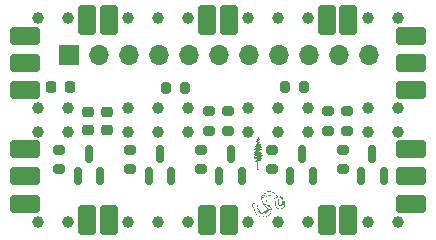
<source format=gbs>
%TF.GenerationSoftware,KiCad,Pcbnew,(6.0.4-0)*%
%TF.CreationDate,2022-05-02T21:47:31-07:00*%
%TF.ProjectId,hcms_dot_display_top,68636d73-5f64-46f7-945f-646973706c61,rev?*%
%TF.SameCoordinates,Original*%
%TF.FileFunction,Soldermask,Bot*%
%TF.FilePolarity,Negative*%
%FSLAX46Y46*%
G04 Gerber Fmt 4.6, Leading zero omitted, Abs format (unit mm)*
G04 Created by KiCad (PCBNEW (6.0.4-0)) date 2022-05-02 21:47:31*
%MOMM*%
%LPD*%
G01*
G04 APERTURE LIST*
G04 Aperture macros list*
%AMRoundRect*
0 Rectangle with rounded corners*
0 $1 Rounding radius*
0 $2 $3 $4 $5 $6 $7 $8 $9 X,Y pos of 4 corners*
0 Add a 4 corners polygon primitive as box body*
4,1,4,$2,$3,$4,$5,$6,$7,$8,$9,$2,$3,0*
0 Add four circle primitives for the rounded corners*
1,1,$1+$1,$2,$3*
1,1,$1+$1,$4,$5*
1,1,$1+$1,$6,$7*
1,1,$1+$1,$8,$9*
0 Add four rect primitives between the rounded corners*
20,1,$1+$1,$2,$3,$4,$5,0*
20,1,$1+$1,$4,$5,$6,$7,0*
20,1,$1+$1,$6,$7,$8,$9,0*
20,1,$1+$1,$8,$9,$2,$3,0*%
G04 Aperture macros list end*
%ADD10RoundRect,0.150000X-0.600000X-1.100000X0.600000X-1.100000X0.600000X1.100000X-0.600000X1.100000X0*%
%ADD11RoundRect,0.150000X-1.100000X0.600000X-1.100000X-0.600000X1.100000X-0.600000X1.100000X0.600000X0*%
%ADD12C,1.000000*%
%ADD13RoundRect,0.200000X-0.275000X0.200000X-0.275000X-0.200000X0.275000X-0.200000X0.275000X0.200000X0*%
%ADD14R,1.700000X1.700000*%
%ADD15O,1.700000X1.700000*%
%ADD16RoundRect,0.200000X0.275000X-0.200000X0.275000X0.200000X-0.275000X0.200000X-0.275000X-0.200000X0*%
%ADD17RoundRect,0.225000X0.225000X0.250000X-0.225000X0.250000X-0.225000X-0.250000X0.225000X-0.250000X0*%
%ADD18RoundRect,0.150000X0.150000X-0.587500X0.150000X0.587500X-0.150000X0.587500X-0.150000X-0.587500X0*%
%ADD19RoundRect,0.225000X0.250000X-0.225000X0.250000X0.225000X-0.250000X0.225000X-0.250000X-0.225000X0*%
%ADD20RoundRect,0.200000X-0.200000X-0.275000X0.200000X-0.275000X0.200000X0.275000X-0.200000X0.275000X0*%
%ADD21RoundRect,0.200000X0.200000X0.275000X-0.200000X0.275000X-0.200000X-0.275000X0.200000X-0.275000X0*%
G04 APERTURE END LIST*
G36*
X163326792Y-109278109D02*
G01*
X163337129Y-109285021D01*
X163339987Y-109288346D01*
X163343652Y-109296287D01*
X163339678Y-109303981D01*
X163332298Y-109309208D01*
X163318996Y-109308363D01*
X163317725Y-109308015D01*
X163302296Y-109305706D01*
X163284769Y-109305283D01*
X163272189Y-109305366D01*
X163268006Y-109303360D01*
X163270792Y-109298341D01*
X163275334Y-109294192D01*
X163284677Y-109290440D01*
X163288082Y-109289521D01*
X163292005Y-109282461D01*
X163293270Y-109278763D01*
X163301288Y-109274777D01*
X163313653Y-109274627D01*
X163326792Y-109278109D01*
G37*
G36*
X163720802Y-109521093D02*
G01*
X163722874Y-109529653D01*
X163723004Y-109531083D01*
X163728262Y-109541470D01*
X163738832Y-109551930D01*
X163745946Y-109557429D01*
X163753320Y-109565910D01*
X163752144Y-109574014D01*
X163742822Y-109585087D01*
X163730853Y-109597426D01*
X163722015Y-109580907D01*
X163721625Y-109580155D01*
X163716991Y-109566905D01*
X163714099Y-109550918D01*
X163713161Y-109535458D01*
X163714390Y-109523788D01*
X163717998Y-109519173D01*
X163720802Y-109521093D01*
G37*
G36*
X163769501Y-108225203D02*
G01*
X163786259Y-108226407D01*
X163801430Y-108233427D01*
X163811928Y-108239522D01*
X163827021Y-108242929D01*
X163827409Y-108242940D01*
X163844067Y-108245220D01*
X163861001Y-108250181D01*
X163874598Y-108256495D01*
X163881247Y-108262838D01*
X163881602Y-108265338D01*
X163877579Y-108269121D01*
X163876679Y-108269153D01*
X163876676Y-108269155D01*
X163871847Y-108272190D01*
X163873793Y-108277199D01*
X163881125Y-108279929D01*
X163885156Y-108280081D01*
X163887529Y-108281707D01*
X163881218Y-108287096D01*
X163876411Y-108291225D01*
X163876468Y-108295346D01*
X163885458Y-108300226D01*
X163886753Y-108300777D01*
X163902035Y-108304735D01*
X163919506Y-108306356D01*
X163934287Y-108306919D01*
X163949581Y-108309681D01*
X163955779Y-108314262D01*
X163952367Y-108320122D01*
X163938831Y-108326721D01*
X163926187Y-108331994D01*
X163914694Y-108340181D01*
X163914665Y-108340202D01*
X163913723Y-108348224D01*
X163923325Y-108356124D01*
X163930303Y-108360110D01*
X163934000Y-108364333D01*
X163929415Y-108367529D01*
X163922134Y-108368472D01*
X163909817Y-108365279D01*
X163903482Y-108362179D01*
X163895819Y-108359798D01*
X163895428Y-108361757D01*
X163903733Y-108367529D01*
X163911133Y-108370444D01*
X163928149Y-108373896D01*
X163947617Y-108375320D01*
X163963098Y-108375655D01*
X163973183Y-108377194D01*
X163977372Y-108380979D01*
X163978204Y-108388069D01*
X163978043Y-108392152D01*
X163977706Y-108392796D01*
X163974790Y-108398367D01*
X163964905Y-108398088D01*
X163956024Y-108397810D01*
X163951607Y-108401171D01*
X163951625Y-108401882D01*
X163954823Y-108408294D01*
X163964828Y-108411973D01*
X163983517Y-108413654D01*
X163995560Y-108414740D01*
X164005257Y-108418738D01*
X164010590Y-108427279D01*
X164012402Y-108432224D01*
X164015054Y-108443423D01*
X164011756Y-108447058D01*
X164001795Y-108444528D01*
X163992767Y-108441519D01*
X163983193Y-108439675D01*
X163979896Y-108440885D01*
X163984853Y-108445086D01*
X163991015Y-108450624D01*
X163993949Y-108460492D01*
X163988902Y-108468561D01*
X163986251Y-108469284D01*
X163975411Y-108467170D01*
X163961419Y-108460951D01*
X163947938Y-108452454D01*
X163938630Y-108443504D01*
X163934489Y-108437875D01*
X163930857Y-108436583D01*
X163927662Y-108444684D01*
X163923241Y-108452301D01*
X163913846Y-108453620D01*
X163907639Y-108453391D01*
X163898696Y-108459783D01*
X163897373Y-108461946D01*
X163891813Y-108465772D01*
X163882750Y-108461903D01*
X163874862Y-108458283D01*
X163871816Y-108461142D01*
X163870668Y-108463759D01*
X163863837Y-108464014D01*
X163858772Y-108463599D01*
X163855858Y-108470423D01*
X163855583Y-108472325D01*
X163853104Y-108476531D01*
X163849797Y-108482142D01*
X163838867Y-108492457D01*
X163821876Y-108505019D01*
X163850627Y-108514792D01*
X163855278Y-108516416D01*
X163872235Y-108523224D01*
X163883576Y-108529211D01*
X163887827Y-108533468D01*
X163883519Y-108535089D01*
X163881327Y-108536081D01*
X163878682Y-108537278D01*
X163877208Y-108544667D01*
X163880573Y-108553334D01*
X163887997Y-108559097D01*
X163894997Y-108563260D01*
X163895338Y-108567657D01*
X163895711Y-108572458D01*
X163895672Y-108572586D01*
X163897150Y-108583176D01*
X163906543Y-108591869D01*
X163921160Y-108597097D01*
X163938314Y-108597292D01*
X163938723Y-108597227D01*
X163951412Y-108596640D01*
X163959000Y-108598658D01*
X163959656Y-108602103D01*
X163951547Y-108605798D01*
X163945736Y-108607865D01*
X163941353Y-108613094D01*
X163946585Y-108618779D01*
X163960880Y-108623851D01*
X163969899Y-108626845D01*
X163979535Y-108632867D01*
X163983468Y-108638886D01*
X163980695Y-108642867D01*
X163970212Y-108642776D01*
X163962861Y-108641727D01*
X163958412Y-108644239D01*
X163959893Y-108654103D01*
X163960369Y-108656107D01*
X163960701Y-108665468D01*
X163955157Y-108668074D01*
X163951282Y-108667551D01*
X163943628Y-108662754D01*
X163940313Y-108659059D01*
X163933570Y-108658266D01*
X163930330Y-108665414D01*
X163928580Y-108671848D01*
X163922384Y-108672905D01*
X163913590Y-108666793D01*
X163904189Y-108654355D01*
X163896041Y-108643428D01*
X163887725Y-108638136D01*
X163884906Y-108639542D01*
X163882288Y-108640848D01*
X163881543Y-108651771D01*
X163881987Y-108655660D01*
X163880117Y-108661313D01*
X163871429Y-108659972D01*
X163868075Y-108658984D01*
X163862108Y-108659065D01*
X163863139Y-108665513D01*
X163864382Y-108670621D01*
X163860831Y-108673046D01*
X163849316Y-108671654D01*
X163833943Y-108668489D01*
X163819873Y-108664980D01*
X163817177Y-108664245D01*
X163810540Y-108664165D01*
X163811134Y-108670092D01*
X163816114Y-108675526D01*
X163827303Y-108678712D01*
X163836465Y-108680788D01*
X163844967Y-108691347D01*
X163852838Y-108701593D01*
X163868988Y-108707586D01*
X163882113Y-108710769D01*
X163907197Y-108719565D01*
X163931425Y-108730801D01*
X163949975Y-108742403D01*
X163963201Y-108752806D01*
X163949344Y-108765648D01*
X163940111Y-108776941D01*
X163939076Y-108787840D01*
X163940235Y-108794116D01*
X163935167Y-108794150D01*
X163933232Y-108793401D01*
X163921629Y-108789297D01*
X163906392Y-108784227D01*
X163903688Y-108783277D01*
X163885671Y-108774144D01*
X163870666Y-108762604D01*
X163863348Y-108755364D01*
X163855189Y-108749056D01*
X163851441Y-108750462D01*
X163850539Y-108759327D01*
X163850401Y-108764215D01*
X163848219Y-108767722D01*
X163841230Y-108762717D01*
X163837536Y-108759977D01*
X163825291Y-108754196D01*
X163812125Y-108750951D01*
X163801564Y-108750886D01*
X163797132Y-108754646D01*
X163797099Y-108755067D01*
X163794564Y-108754956D01*
X163789314Y-108747165D01*
X163783579Y-108738666D01*
X163775131Y-108731050D01*
X163768263Y-108729313D01*
X163765429Y-108734733D01*
X163764009Y-108740191D01*
X163757367Y-108743242D01*
X163742822Y-108743967D01*
X163737929Y-108744272D01*
X163733513Y-108746085D01*
X163735514Y-108751895D01*
X163744108Y-108763505D01*
X163757210Y-108776570D01*
X163764338Y-108782137D01*
X163772331Y-108788379D01*
X163777671Y-108792063D01*
X163797091Y-108806510D01*
X163814649Y-108820844D01*
X163819882Y-108825288D01*
X163832376Y-108833666D01*
X163845578Y-108837425D01*
X163864422Y-108838294D01*
X163867969Y-108838307D01*
X163883613Y-108839079D01*
X163890798Y-108841401D01*
X163891357Y-108845785D01*
X163892281Y-108851064D01*
X163900272Y-108856083D01*
X163912618Y-108858308D01*
X163925846Y-108856646D01*
X163935711Y-108855319D01*
X163950384Y-108856796D01*
X163954003Y-108857781D01*
X163960070Y-108861029D01*
X163956803Y-108864967D01*
X163953419Y-108867937D01*
X163952951Y-108873327D01*
X163956440Y-108875400D01*
X163969229Y-108877945D01*
X163985980Y-108878222D01*
X164002379Y-108876305D01*
X164014110Y-108872270D01*
X164019552Y-108868976D01*
X164024919Y-108867594D01*
X164026078Y-108872747D01*
X164028005Y-108877465D01*
X164036717Y-108880848D01*
X164042926Y-108881238D01*
X164046561Y-108884014D01*
X164042846Y-108890743D01*
X164031423Y-108902919D01*
X164030141Y-108904170D01*
X164015925Y-108914528D01*
X164003496Y-108917879D01*
X163986023Y-108916951D01*
X163973888Y-108918263D01*
X163968785Y-108922834D01*
X163968867Y-108931383D01*
X163969698Y-108937536D01*
X163967046Y-108943394D01*
X163956632Y-108944681D01*
X163946001Y-108946428D01*
X163939686Y-108951187D01*
X163938471Y-108952653D01*
X163930716Y-108950886D01*
X163916635Y-108941318D01*
X163899081Y-108928183D01*
X163882895Y-108918264D01*
X163871856Y-108914971D01*
X163864716Y-108917738D01*
X163862760Y-108920471D01*
X163862868Y-108929840D01*
X163866214Y-108934042D01*
X163869924Y-108938702D01*
X163881747Y-108943731D01*
X163888356Y-108945763D01*
X163890572Y-108949778D01*
X163890445Y-108953363D01*
X163894849Y-108959373D01*
X163895812Y-108960688D01*
X163901687Y-108966742D01*
X163902247Y-108974022D01*
X163892391Y-108979480D01*
X163890742Y-108980023D01*
X163884794Y-108983545D01*
X163888402Y-108987736D01*
X163894291Y-108990296D01*
X163907153Y-108992474D01*
X163914423Y-108994048D01*
X163921614Y-109000534D01*
X163927206Y-109005819D01*
X163938793Y-109008513D01*
X163944507Y-109008679D01*
X163949504Y-109010731D01*
X163946288Y-109016492D01*
X163945526Y-109017294D01*
X163935065Y-109022444D01*
X163920369Y-109024641D01*
X163917424Y-109024672D01*
X163906966Y-109025276D01*
X163905514Y-109027561D01*
X163911686Y-109032830D01*
X163915406Y-109035789D01*
X163916814Y-109037896D01*
X163919018Y-109041193D01*
X163914345Y-109045878D01*
X163913884Y-109046153D01*
X163902776Y-109049649D01*
X163887775Y-109051324D01*
X163885172Y-109051385D01*
X163874968Y-109051952D01*
X163874361Y-109053556D01*
X163882455Y-109057184D01*
X163895205Y-109059776D01*
X163914941Y-109060045D01*
X163935958Y-109057801D01*
X163953551Y-109053301D01*
X163956765Y-109052177D01*
X163961271Y-109052942D01*
X163959709Y-109061320D01*
X163959034Y-109063584D01*
X163959004Y-109065434D01*
X163958912Y-109070993D01*
X163965744Y-109072151D01*
X163971250Y-109071671D01*
X163980134Y-109072195D01*
X163978913Y-109075762D01*
X163967638Y-109082664D01*
X163949094Y-109092537D01*
X163971405Y-109098544D01*
X163979488Y-109100992D01*
X163989445Y-109106253D01*
X163990711Y-109112386D01*
X163990205Y-109116930D01*
X163996253Y-109120220D01*
X164000455Y-109119529D01*
X164004801Y-109114901D01*
X164006037Y-109113236D01*
X164014835Y-109110615D01*
X164029307Y-109109581D01*
X164031163Y-109109586D01*
X164045128Y-109110314D01*
X164050853Y-109112903D01*
X164050493Y-109118235D01*
X164049760Y-109121167D01*
X164051463Y-109130841D01*
X164057267Y-109137809D01*
X164064428Y-109138149D01*
X164067164Y-109138149D01*
X164067261Y-109139584D01*
X164067616Y-109144857D01*
X164064720Y-109150816D01*
X164057073Y-109153440D01*
X164041860Y-109153223D01*
X164028027Y-109152790D01*
X164022657Y-109154310D01*
X164024771Y-109158276D01*
X164028334Y-109162466D01*
X164031190Y-109170180D01*
X164026879Y-109173414D01*
X164023436Y-109172236D01*
X164012921Y-109166483D01*
X163998952Y-109157553D01*
X163984524Y-109148149D01*
X163973971Y-109142661D01*
X163969811Y-109143225D01*
X163970725Y-109148145D01*
X163970984Y-109149537D01*
X163971597Y-109154699D01*
X163965498Y-109154287D01*
X163962697Y-109153353D01*
X163956927Y-109153626D01*
X163957607Y-109158077D01*
X163963570Y-109164407D01*
X163973648Y-109170320D01*
X163984194Y-109175285D01*
X163986113Y-109178828D01*
X163980297Y-109183018D01*
X163976144Y-109185698D01*
X163974258Y-109189918D01*
X163978211Y-109196668D01*
X163988843Y-109208446D01*
X163997646Y-109218357D01*
X164001037Y-109224261D01*
X163996822Y-109224063D01*
X163978799Y-109218329D01*
X163966676Y-109217135D01*
X163962246Y-109220668D01*
X163962873Y-109223094D01*
X163969400Y-109226608D01*
X163976945Y-109229642D01*
X163986688Y-109238008D01*
X163986699Y-109238020D01*
X163998542Y-109249109D01*
X164012780Y-109259763D01*
X164028738Y-109270117D01*
X164014453Y-109267784D01*
X164003445Y-109267292D01*
X163993333Y-109269675D01*
X163992829Y-109269947D01*
X163983143Y-109269645D01*
X163969429Y-109263351D01*
X163966569Y-109261594D01*
X163956549Y-109256226D01*
X163951212Y-109256510D01*
X163947057Y-109262279D01*
X163942824Y-109268030D01*
X163937777Y-109267271D01*
X163928624Y-109259420D01*
X163917989Y-109251754D01*
X163911899Y-109252901D01*
X163911358Y-109257567D01*
X163915177Y-109268673D01*
X163915801Y-109269732D01*
X163922573Y-109281231D01*
X163931208Y-109291505D01*
X163938742Y-109295759D01*
X163943095Y-109296693D01*
X163946080Y-109302293D01*
X163940968Y-109309058D01*
X163938515Y-109310888D01*
X163935635Y-109318634D01*
X163937472Y-109321027D01*
X163941699Y-109326535D01*
X163955597Y-109332789D01*
X163958442Y-109333603D01*
X163973090Y-109338554D01*
X163982875Y-109343038D01*
X163983303Y-109343325D01*
X163987384Y-109350212D01*
X163983923Y-109355909D01*
X163975374Y-109356131D01*
X163968856Y-109355682D01*
X163968765Y-109361945D01*
X163975855Y-109374380D01*
X163980483Y-109381837D01*
X163979515Y-109387107D01*
X163969808Y-109391667D01*
X163965010Y-109393325D01*
X163955493Y-109393769D01*
X163948409Y-109387035D01*
X163941644Y-109380830D01*
X163927859Y-109379531D01*
X163917651Y-109379701D01*
X163914371Y-109374008D01*
X163912149Y-109368798D01*
X163902841Y-109368923D01*
X163901184Y-109369360D01*
X163895058Y-109371759D01*
X163896336Y-109375523D01*
X163905501Y-109383253D01*
X163911357Y-109388144D01*
X163918568Y-109396467D01*
X163916391Y-109400863D01*
X163904797Y-109402147D01*
X163893472Y-109403545D01*
X163884445Y-109407604D01*
X163880513Y-109408889D01*
X163870701Y-109404571D01*
X163858304Y-109393598D01*
X163845220Y-109377429D01*
X163843859Y-109375657D01*
X163831963Y-109367610D01*
X163812146Y-109363484D01*
X163803103Y-109362637D01*
X163792934Y-109362523D01*
X163790080Y-109365036D01*
X163792426Y-109370979D01*
X163794998Y-109374602D01*
X163804239Y-109383601D01*
X163805477Y-109384807D01*
X163819533Y-109395402D01*
X163840437Y-109409236D01*
X163841267Y-109409785D01*
X163823296Y-109414753D01*
X163805324Y-109419721D01*
X163822882Y-109423616D01*
X163827688Y-109424732D01*
X163840490Y-109429028D01*
X163844331Y-109434110D01*
X163840522Y-109441292D01*
X163837315Y-109447657D01*
X163842859Y-109452060D01*
X163847531Y-109453609D01*
X163864663Y-109454587D01*
X163877136Y-109447362D01*
X163883609Y-109441914D01*
X163893416Y-109439137D01*
X163900833Y-109441789D01*
X163902311Y-109449562D01*
X163902497Y-109457248D01*
X163911000Y-109463339D01*
X163911579Y-109463525D01*
X163916720Y-109466090D01*
X163913583Y-109468623D01*
X163901073Y-109472089D01*
X163898459Y-109472680D01*
X163879460Y-109475288D01*
X163862508Y-109475338D01*
X163856109Y-109474831D01*
X163846743Y-109475889D01*
X163847444Y-109479877D01*
X163858420Y-109486244D01*
X163866038Y-109488443D01*
X163886179Y-109490043D01*
X163914273Y-109488969D01*
X163922636Y-109488372D01*
X163942513Y-109487671D01*
X163953530Y-109488824D01*
X163956926Y-109491919D01*
X163953331Y-109497499D01*
X163943308Y-109503337D01*
X163940164Y-109504651D01*
X163932646Y-109510334D01*
X163934084Y-109515081D01*
X163943123Y-109517673D01*
X163958406Y-109516894D01*
X163959952Y-109516649D01*
X163972228Y-109515205D01*
X163976070Y-109516593D01*
X163973282Y-109521354D01*
X163970117Y-109523992D01*
X163960891Y-109526942D01*
X163945048Y-109528258D01*
X163920607Y-109528196D01*
X163903934Y-109528075D01*
X163881161Y-109529206D01*
X163867351Y-109531932D01*
X163863041Y-109536115D01*
X163868769Y-109541616D01*
X163875556Y-109547747D01*
X163882700Y-109559712D01*
X163884916Y-109564931D01*
X163890113Y-109569800D01*
X163898934Y-109566769D01*
X163906292Y-109563942D01*
X163915332Y-109565880D01*
X163915826Y-109570332D01*
X163906782Y-109574453D01*
X163897636Y-109578610D01*
X163893094Y-109585115D01*
X163892670Y-109589844D01*
X163886996Y-109598270D01*
X163875640Y-109598662D01*
X163859788Y-109590816D01*
X163855707Y-109588261D01*
X163838875Y-109580720D01*
X163823764Y-109577686D01*
X163815821Y-109576725D01*
X163804901Y-109571894D01*
X163791314Y-109561746D01*
X163772925Y-109544906D01*
X163765501Y-109537920D01*
X163751170Y-109525331D01*
X163740598Y-109517275D01*
X163735664Y-109515248D01*
X163733742Y-109515856D01*
X163723902Y-109514956D01*
X163709421Y-109511414D01*
X163706119Y-109510432D01*
X163693069Y-109507266D01*
X163686420Y-109507967D01*
X163683145Y-109512678D01*
X163682548Y-109517642D01*
X163681922Y-109532535D01*
X163681427Y-109556010D01*
X163681059Y-109586922D01*
X163680811Y-109624128D01*
X163680679Y-109666484D01*
X163680657Y-109712847D01*
X163680740Y-109762073D01*
X163680922Y-109813017D01*
X163681198Y-109864537D01*
X163681564Y-109915488D01*
X163682012Y-109964727D01*
X163682539Y-110011110D01*
X163683139Y-110053494D01*
X163683806Y-110090734D01*
X163684536Y-110121687D01*
X163685322Y-110145210D01*
X163686160Y-110160157D01*
X163688935Y-110186648D01*
X163694205Y-110222625D01*
X163700830Y-110257591D01*
X163708288Y-110289145D01*
X163716056Y-110314886D01*
X163723613Y-110332415D01*
X163733989Y-110350411D01*
X163678872Y-110347960D01*
X163662344Y-110347036D01*
X163640751Y-110345207D01*
X163624542Y-110343072D01*
X163616342Y-110340927D01*
X163613825Y-110340023D01*
X163601705Y-110338412D01*
X163583086Y-110337585D01*
X163560844Y-110337710D01*
X163551764Y-110337870D01*
X163529237Y-110337450D01*
X163510697Y-110336000D01*
X163499460Y-110333734D01*
X163498920Y-110333517D01*
X163490683Y-110329914D01*
X163491724Y-110328488D01*
X163502724Y-110328055D01*
X163511069Y-110327223D01*
X163518317Y-110323310D01*
X163524863Y-110314044D01*
X163532951Y-110297131D01*
X163538739Y-110283257D01*
X163546750Y-110261156D01*
X163552177Y-110242608D01*
X163552920Y-110238199D01*
X163554665Y-110222467D01*
X163556843Y-110197768D01*
X163559385Y-110165177D01*
X163562224Y-110125767D01*
X163565293Y-110080614D01*
X163568525Y-110030791D01*
X163571850Y-109977373D01*
X163575203Y-109921433D01*
X163578514Y-109864047D01*
X163581717Y-109806288D01*
X163584745Y-109749231D01*
X163587529Y-109693950D01*
X163590001Y-109641519D01*
X163590727Y-109625950D01*
X163592488Y-109591342D01*
X163594269Y-109560253D01*
X163595955Y-109534460D01*
X163597435Y-109515741D01*
X163598596Y-109505875D01*
X163601769Y-109489917D01*
X163587362Y-109503215D01*
X163587131Y-109503428D01*
X163571720Y-109520058D01*
X163565656Y-109533039D01*
X163568599Y-109543094D01*
X163570149Y-109545271D01*
X163570090Y-109551664D01*
X163561310Y-109559114D01*
X163552678Y-109567264D01*
X163550593Y-109574668D01*
X163550691Y-109574961D01*
X163547689Y-109581651D01*
X163536838Y-109588266D01*
X163534391Y-109589325D01*
X163524430Y-109596180D01*
X163523420Y-109604355D01*
X163523798Y-109610308D01*
X163516907Y-109617426D01*
X163505444Y-109620197D01*
X163489791Y-109621763D01*
X163473808Y-109621981D01*
X163461116Y-109620807D01*
X163455337Y-109618195D01*
X163455077Y-109617726D01*
X163449225Y-109617771D01*
X163438871Y-109623008D01*
X163437231Y-109624011D01*
X163420936Y-109630331D01*
X163402871Y-109633133D01*
X163401152Y-109633162D01*
X163388552Y-109632604D01*
X163383676Y-109629400D01*
X163383905Y-109622017D01*
X163383537Y-109613579D01*
X163374962Y-109605331D01*
X163368406Y-109601942D01*
X163368652Y-109599334D01*
X163378445Y-109596330D01*
X163379172Y-109596138D01*
X163390412Y-109592046D01*
X163391737Y-109587232D01*
X163383764Y-109579772D01*
X163382222Y-109578569D01*
X163379111Y-109574750D01*
X163383543Y-109573019D01*
X163397062Y-109572536D01*
X163403013Y-109572303D01*
X163414931Y-109570332D01*
X163419670Y-109567047D01*
X163419273Y-109565206D01*
X163413287Y-109561728D01*
X163409729Y-109560760D01*
X163412941Y-109555690D01*
X163416157Y-109553492D01*
X163426035Y-109552453D01*
X163442957Y-109555690D01*
X163458440Y-109559379D01*
X163470795Y-109561343D01*
X163476683Y-109560226D01*
X163478183Y-109556050D01*
X163476111Y-109553240D01*
X163467544Y-109553749D01*
X163461047Y-109554705D01*
X163456905Y-109551448D01*
X163457372Y-109549352D01*
X163463555Y-109545601D01*
X163465450Y-109543508D01*
X163459953Y-109537677D01*
X163454570Y-109532904D01*
X163452869Y-109527540D01*
X163460088Y-109526141D01*
X163475477Y-109529120D01*
X163491307Y-109531708D01*
X163507556Y-109529767D01*
X163511278Y-109528466D01*
X163518789Y-109528366D01*
X163521732Y-109535767D01*
X163522967Y-109540441D01*
X163526369Y-109541740D01*
X163533670Y-109537305D01*
X163546836Y-109526402D01*
X163555222Y-109518619D01*
X163572051Y-109500262D01*
X163585402Y-109482430D01*
X163590163Y-109474546D01*
X163596692Y-109460087D01*
X163599762Y-109444229D01*
X163600528Y-109422383D01*
X163600525Y-109420829D01*
X163624450Y-109420829D01*
X163626633Y-109430379D01*
X163631181Y-109430961D01*
X163635329Y-109421762D01*
X163637310Y-109409236D01*
X163636199Y-109401318D01*
X163632620Y-109400946D01*
X163627562Y-109409662D01*
X163624450Y-109420829D01*
X163600525Y-109420829D01*
X163600518Y-109416294D01*
X163600084Y-109399611D01*
X163598425Y-109390593D01*
X163594750Y-109386900D01*
X163588263Y-109386189D01*
X163586097Y-109386027D01*
X163572931Y-109381732D01*
X163558694Y-109373422D01*
X163548103Y-109365608D01*
X163714652Y-109365608D01*
X163715858Y-109368635D01*
X163725534Y-109375550D01*
X163735717Y-109381782D01*
X163745011Y-109385678D01*
X163747223Y-109383601D01*
X163741492Y-109375550D01*
X163732640Y-109368698D01*
X163720720Y-109364946D01*
X163714652Y-109365608D01*
X163548103Y-109365608D01*
X163541389Y-109360655D01*
X163568350Y-109351700D01*
X163577129Y-109348508D01*
X163594311Y-109338831D01*
X163603247Y-109326033D01*
X163605679Y-109308078D01*
X163605586Y-109299743D01*
X163680691Y-109299743D01*
X163681475Y-109314758D01*
X163685876Y-109323499D01*
X163696013Y-109330199D01*
X163707220Y-109335375D01*
X163721864Y-109338563D01*
X163730097Y-109333831D01*
X163732529Y-109321027D01*
X163731356Y-109312094D01*
X163724590Y-109297888D01*
X163710387Y-109281017D01*
X163700760Y-109271570D01*
X163691773Y-109265452D01*
X163836790Y-109265452D01*
X163840784Y-109269821D01*
X163841982Y-109270529D01*
X163852567Y-109273924D01*
X163862256Y-109273653D01*
X163866497Y-109269732D01*
X163862964Y-109264255D01*
X163853253Y-109260918D01*
X163842114Y-109262091D01*
X163836790Y-109265452D01*
X163691773Y-109265452D01*
X163690852Y-109264825D01*
X163684854Y-109266844D01*
X163682723Y-109274772D01*
X163681792Y-109278237D01*
X163680693Y-109299612D01*
X163680691Y-109299743D01*
X163605586Y-109299743D01*
X163605511Y-109293100D01*
X163594808Y-109307438D01*
X163581888Y-109320871D01*
X163560082Y-109336092D01*
X163536696Y-109346394D01*
X163528887Y-109348530D01*
X163526672Y-109347302D01*
X163532706Y-109339932D01*
X163539302Y-109331760D01*
X163541249Y-109325963D01*
X163534862Y-109326673D01*
X163520216Y-109333927D01*
X163514516Y-109337445D01*
X163500327Y-109348867D01*
X163491282Y-109359978D01*
X163482218Y-109370684D01*
X163467980Y-109373777D01*
X163451814Y-109373777D01*
X163462339Y-109356748D01*
X163464013Y-109353996D01*
X163470313Y-109342671D01*
X163472864Y-109336357D01*
X163472310Y-109334685D01*
X163465988Y-109332945D01*
X163456012Y-109335129D01*
X163446686Y-109340547D01*
X163444864Y-109342091D01*
X163433378Y-109350169D01*
X163417804Y-109359632D01*
X163400764Y-109369075D01*
X163384880Y-109377093D01*
X163372772Y-109382279D01*
X163367063Y-109383230D01*
X163367054Y-109379801D01*
X163373134Y-109373199D01*
X163378736Y-109368435D01*
X163382909Y-109361047D01*
X163378527Y-109358275D01*
X163366740Y-109362115D01*
X163356646Y-109366880D01*
X163345859Y-109370009D01*
X163342666Y-109367545D01*
X163347858Y-109359592D01*
X163353477Y-109353038D01*
X163353806Y-109349524D01*
X163346023Y-109348953D01*
X163339044Y-109347719D01*
X163334560Y-109343022D01*
X163331125Y-109340987D01*
X163321449Y-109345682D01*
X163309157Y-109352447D01*
X163300212Y-109353164D01*
X163297324Y-109345724D01*
X163296320Y-109341568D01*
X163290347Y-109339854D01*
X163281680Y-109338842D01*
X163270399Y-109332562D01*
X163257429Y-109322593D01*
X163273387Y-109321672D01*
X163287062Y-109321334D01*
X163303486Y-109321829D01*
X163304301Y-109321877D01*
X163319391Y-109320244D01*
X163335744Y-109315337D01*
X163336023Y-109315220D01*
X163347812Y-109309153D01*
X163352129Y-109301723D01*
X163351936Y-109296833D01*
X163387747Y-109296833D01*
X163389589Y-109303509D01*
X163389847Y-109304161D01*
X163395007Y-109310817D01*
X163402700Y-109308984D01*
X163414411Y-109298355D01*
X163426965Y-109284992D01*
X163408689Y-109288480D01*
X163400107Y-109290178D01*
X163390471Y-109293004D01*
X163387747Y-109296833D01*
X163351936Y-109296833D01*
X163351607Y-109288465D01*
X163351096Y-109278282D01*
X163354263Y-109270399D01*
X163363422Y-109269439D01*
X163380166Y-109274631D01*
X163386635Y-109276747D01*
X163396175Y-109277347D01*
X163397232Y-109272684D01*
X163396081Y-109271442D01*
X163462225Y-109271442D01*
X163463938Y-109281185D01*
X163468903Y-109284992D01*
X163469066Y-109285117D01*
X163475548Y-109279761D01*
X163475836Y-109274772D01*
X163470543Y-109266082D01*
X163466352Y-109262210D01*
X163462913Y-109262182D01*
X163462225Y-109271442D01*
X163396081Y-109271442D01*
X163388978Y-109263777D01*
X163381840Y-109257594D01*
X163380558Y-109253618D01*
X163386946Y-109250801D01*
X163397239Y-109250069D01*
X163411334Y-109253069D01*
X163412585Y-109253533D01*
X163430773Y-109257887D01*
X163445916Y-109257487D01*
X163454754Y-109252383D01*
X163456057Y-109249255D01*
X163451983Y-109250300D01*
X163446060Y-109250639D01*
X163437561Y-109243142D01*
X163430457Y-109235895D01*
X163420698Y-109231553D01*
X163418634Y-109231434D01*
X163415639Y-109230121D01*
X163422330Y-109226608D01*
X163422437Y-109226562D01*
X163433108Y-109224228D01*
X163450613Y-109222469D01*
X163471220Y-109221662D01*
X163489488Y-109220907D01*
X163505823Y-109218570D01*
X163513387Y-109214953D01*
X163514475Y-109211871D01*
X163511041Y-109206531D01*
X163505014Y-109203328D01*
X163505505Y-109199193D01*
X163513949Y-109195982D01*
X163528849Y-109194691D01*
X163530544Y-109194687D01*
X163545290Y-109193675D01*
X163553264Y-109189780D01*
X163557969Y-109181404D01*
X163567120Y-109169590D01*
X163584434Y-109159549D01*
X163585048Y-109159302D01*
X163592427Y-109155680D01*
X163921989Y-109155680D01*
X163927659Y-109159375D01*
X163934617Y-109161896D01*
X163940175Y-109161413D01*
X163946288Y-109154796D01*
X163947205Y-109153668D01*
X163949665Y-109148145D01*
X163942949Y-109146899D01*
X163937278Y-109147496D01*
X163925894Y-109151478D01*
X163921989Y-109155680D01*
X163592427Y-109155680D01*
X163598140Y-109152876D01*
X163605153Y-109147326D01*
X163604986Y-109144034D01*
X163596539Y-109144378D01*
X163593273Y-109144977D01*
X163579714Y-109147083D01*
X163562803Y-109149400D01*
X163556470Y-109150536D01*
X163533499Y-109158307D01*
X163510096Y-109170757D01*
X163505404Y-109173771D01*
X163491542Y-109182161D01*
X163482585Y-109185551D01*
X163475362Y-109184620D01*
X163466700Y-109180048D01*
X163455931Y-109172559D01*
X163452455Y-109166411D01*
X163458998Y-109163501D01*
X163475424Y-109164078D01*
X163480308Y-109164553D01*
X163496601Y-109164070D01*
X163505622Y-109159100D01*
X163514876Y-109150906D01*
X163534974Y-109140444D01*
X163549810Y-109136178D01*
X163616487Y-109136178D01*
X163616719Y-109143001D01*
X163618661Y-109145827D01*
X163624171Y-109141957D01*
X163635104Y-109130859D01*
X163639077Y-109126455D01*
X163644759Y-109118183D01*
X163644079Y-109114901D01*
X163641931Y-109115220D01*
X163637764Y-109120220D01*
X163635769Y-109123312D01*
X163627125Y-109125540D01*
X163620248Y-109127288D01*
X163616487Y-109136178D01*
X163549810Y-109136178D01*
X163559617Y-109133358D01*
X163562178Y-109132816D01*
X163576680Y-109127521D01*
X163586030Y-109120583D01*
X163590895Y-109115273D01*
X163601858Y-109108068D01*
X163609975Y-109102364D01*
X163609571Y-109096372D01*
X163609015Y-109096203D01*
X163712970Y-109096203D01*
X163713104Y-109104756D01*
X163713107Y-109104771D01*
X163719942Y-109117154D01*
X163721317Y-109118183D01*
X163736172Y-109129298D01*
X163753132Y-109137660D01*
X163766147Y-109141374D01*
X163772657Y-109139584D01*
X163771424Y-109132189D01*
X163761978Y-109119281D01*
X163744735Y-109104601D01*
X163726403Y-109095985D01*
X163718035Y-109094305D01*
X163712970Y-109096203D01*
X163609015Y-109096203D01*
X163600528Y-109093623D01*
X163594324Y-109092142D01*
X163589890Y-109085644D01*
X163589613Y-109080780D01*
X163586469Y-109078023D01*
X163577026Y-109080894D01*
X163572923Y-109083431D01*
X163568612Y-109091647D01*
X163565219Y-109097861D01*
X163556174Y-109104611D01*
X163545871Y-109108837D01*
X163538753Y-109108092D01*
X163538369Y-109107279D01*
X163540411Y-109099864D01*
X163547117Y-109088610D01*
X163549365Y-109085296D01*
X163554109Y-109076057D01*
X163553379Y-109072346D01*
X163552744Y-109072434D01*
X163545845Y-109077388D01*
X163537196Y-109087601D01*
X163524579Y-109100258D01*
X163508907Y-109109729D01*
X163506071Y-109110921D01*
X163489308Y-109119679D01*
X163472864Y-109130361D01*
X163467832Y-109133924D01*
X163456539Y-109140702D01*
X163450096Y-109142756D01*
X163449856Y-109142695D01*
X163442256Y-109144269D01*
X163430412Y-109149423D01*
X163419463Y-109153885D01*
X163407902Y-109156778D01*
X163398765Y-109157643D01*
X163394671Y-109156245D01*
X163398238Y-109152344D01*
X163402878Y-109148328D01*
X163402586Y-109144066D01*
X163395738Y-109142917D01*
X163384740Y-109146011D01*
X163377061Y-109149217D01*
X163373001Y-109148698D01*
X163374437Y-109141555D01*
X163374685Y-109140750D01*
X163374701Y-109132892D01*
X163366521Y-109130859D01*
X163359916Y-109132027D01*
X163358865Y-109136773D01*
X163358956Y-109142505D01*
X163352470Y-109149050D01*
X163342063Y-109152055D01*
X163336573Y-109148632D01*
X163330238Y-109138903D01*
X163327607Y-109132463D01*
X163328014Y-109126201D01*
X163336034Y-109123279D01*
X163340692Y-109122332D01*
X163359739Y-109118211D01*
X163370775Y-109115078D01*
X163375876Y-109112203D01*
X163377115Y-109108860D01*
X163373856Y-109105557D01*
X163363508Y-109105623D01*
X163361909Y-109105912D01*
X163353328Y-109105889D01*
X163352869Y-109100924D01*
X163353991Y-109098166D01*
X163358556Y-109086974D01*
X163356775Y-109082072D01*
X163345199Y-109080325D01*
X163334048Y-109081876D01*
X163331674Y-109086974D01*
X163330472Y-109091580D01*
X163320443Y-109093623D01*
X163315189Y-109093478D01*
X163310055Y-109091463D01*
X163313230Y-109085707D01*
X163313272Y-109085657D01*
X163316824Y-109078686D01*
X163311222Y-109074499D01*
X163306958Y-109071877D01*
X163302644Y-109063798D01*
X163304637Y-109061135D01*
X163314359Y-109058054D01*
X163329222Y-109056427D01*
X163345911Y-109056369D01*
X163361111Y-109057995D01*
X163371509Y-109061417D01*
X163377679Y-109063237D01*
X163387426Y-109061657D01*
X163394758Y-109056908D01*
X163395231Y-109053339D01*
X163416143Y-109053339D01*
X163421994Y-109060657D01*
X163431303Y-109068287D01*
X163439630Y-109069907D01*
X163444429Y-109070018D01*
X163443596Y-109077699D01*
X163443564Y-109077801D01*
X163441767Y-109086634D01*
X163445066Y-109086696D01*
X163453942Y-109078000D01*
X163455770Y-109075835D01*
X163460224Y-109065434D01*
X163455662Y-109059386D01*
X163443212Y-109059622D01*
X163434014Y-109060312D01*
X163420931Y-109055744D01*
X163417456Y-109053185D01*
X163416143Y-109053339D01*
X163395231Y-109053339D01*
X163395568Y-109050801D01*
X163393451Y-109048648D01*
X163384939Y-109045971D01*
X163375961Y-109046926D01*
X163371795Y-109051382D01*
X163371378Y-109053306D01*
X163366476Y-109053728D01*
X163364071Y-109051310D01*
X163361157Y-109041864D01*
X163359598Y-109035118D01*
X163357901Y-109032331D01*
X163485887Y-109032331D01*
X163486557Y-109042200D01*
X163488865Y-109046806D01*
X163493380Y-109050648D01*
X163505363Y-109046168D01*
X163510099Y-109037896D01*
X163510094Y-109037628D01*
X163505519Y-109030142D01*
X163496197Y-109026405D01*
X163487758Y-109028727D01*
X163485887Y-109032331D01*
X163357901Y-109032331D01*
X163352989Y-109024263D01*
X163348552Y-109018193D01*
X163350982Y-109014578D01*
X163362298Y-109011613D01*
X163379775Y-109007987D01*
X163367546Y-108997878D01*
X163357143Y-108991581D01*
X163348593Y-108990350D01*
X163341476Y-108989239D01*
X163332070Y-108982104D01*
X163329101Y-108978778D01*
X163325826Y-108973533D01*
X163329930Y-108971543D01*
X163343044Y-108971188D01*
X163363816Y-108971099D01*
X163345199Y-108959220D01*
X163326581Y-108947341D01*
X163390413Y-108942021D01*
X163369136Y-108929782D01*
X163365005Y-108927406D01*
X163692580Y-108927406D01*
X163695620Y-108944587D01*
X163704035Y-108961654D01*
X163719919Y-108978671D01*
X163727388Y-108983805D01*
X163738277Y-108987817D01*
X163743167Y-108983559D01*
X163741477Y-108971230D01*
X163740834Y-108963212D01*
X163747517Y-108960639D01*
X163753597Y-108959373D01*
X163750535Y-108954256D01*
X163747071Y-108949017D01*
X163744152Y-108936850D01*
X163743355Y-108934042D01*
X163813303Y-108934042D01*
X163813305Y-108934108D01*
X163818057Y-108937821D01*
X163829261Y-108939362D01*
X163829460Y-108939361D01*
X163840597Y-108937777D01*
X163845220Y-108934042D01*
X163844999Y-108932573D01*
X163839566Y-108928723D01*
X163836682Y-108927260D01*
X163834859Y-108919414D01*
X163835487Y-108906035D01*
X163833693Y-108895612D01*
X163829261Y-108894147D01*
X163825582Y-108900794D01*
X163823942Y-108913079D01*
X163822386Y-108924108D01*
X163818623Y-108928723D01*
X163817351Y-108928877D01*
X163813303Y-108934042D01*
X163743355Y-108934042D01*
X163741575Y-108927765D01*
X163733789Y-108914370D01*
X163723263Y-108900837D01*
X163712526Y-108890369D01*
X163704110Y-108886168D01*
X163701093Y-108887171D01*
X163695767Y-108895598D01*
X163692779Y-108910043D01*
X163692580Y-108927406D01*
X163365005Y-108927406D01*
X163347858Y-108917544D01*
X163364940Y-108920299D01*
X163365833Y-108920435D01*
X163378338Y-108920606D01*
X163385372Y-108917634D01*
X163385471Y-108917486D01*
X163392858Y-108914243D01*
X163405526Y-108913819D01*
X163411504Y-108914203D01*
X163419856Y-108912507D01*
X163421591Y-108906116D01*
X163421620Y-108902762D01*
X163425384Y-108897678D01*
X163435552Y-108898371D01*
X163453425Y-108904786D01*
X163467286Y-108910358D01*
X163475029Y-108911682D01*
X163477817Y-108907329D01*
X163478183Y-108896448D01*
X163478372Y-108890587D01*
X163480872Y-108883041D01*
X163487492Y-108882753D01*
X163499020Y-108885597D01*
X163514089Y-108888853D01*
X163523949Y-108890362D01*
X163530031Y-108888510D01*
X163531377Y-108881084D01*
X163531397Y-108879538D01*
X163533483Y-108872894D01*
X163540686Y-108874780D01*
X163542397Y-108875486D01*
X163553817Y-108877393D01*
X163570461Y-108878083D01*
X163589159Y-108877686D01*
X163606741Y-108876333D01*
X163620039Y-108874153D01*
X163625883Y-108871278D01*
X163626071Y-108870598D01*
X163622764Y-108863263D01*
X163609322Y-108856394D01*
X163585494Y-108849858D01*
X163576408Y-108847876D01*
X163560411Y-108844760D01*
X163551689Y-108844195D01*
X163548059Y-108846244D01*
X163547335Y-108850972D01*
X163542952Y-108857602D01*
X163530765Y-108862743D01*
X163513699Y-108864818D01*
X163511964Y-108864761D01*
X163505488Y-108861497D01*
X163506450Y-108854847D01*
X163513692Y-108847088D01*
X163526057Y-108840499D01*
X163535637Y-108836750D01*
X163538549Y-108834269D01*
X163532465Y-108833379D01*
X163531430Y-108833391D01*
X163519159Y-108837441D01*
X163506684Y-108846545D01*
X163504872Y-108848286D01*
X163494452Y-108855961D01*
X163486978Y-108857930D01*
X163482747Y-108857864D01*
X163470391Y-108860610D01*
X163454384Y-108866030D01*
X163444431Y-108869433D01*
X163427325Y-108873372D01*
X163414993Y-108873842D01*
X163414765Y-108873800D01*
X163400993Y-108874967D01*
X163386016Y-108881127D01*
X163382717Y-108883055D01*
X163370065Y-108887745D01*
X163359673Y-108885374D01*
X163353149Y-108880054D01*
X163355266Y-108873972D01*
X163359501Y-108868774D01*
X163359801Y-108861999D01*
X163350518Y-108859571D01*
X163343619Y-108857638D01*
X163339822Y-108850658D01*
X163342463Y-108842293D01*
X163351393Y-108836523D01*
X163353651Y-108835891D01*
X163359584Y-108832165D01*
X163356454Y-108825738D01*
X163355742Y-108824821D01*
X163354102Y-108816693D01*
X163360969Y-108811403D01*
X163374455Y-108810544D01*
X163376866Y-108810566D01*
X163376004Y-108807997D01*
X163366476Y-108802382D01*
X163366405Y-108802347D01*
X163353037Y-108794024D01*
X163349457Y-108788023D01*
X163354993Y-108784744D01*
X163368970Y-108784588D01*
X163390716Y-108787956D01*
X163403917Y-108788730D01*
X163413975Y-108782893D01*
X163417319Y-108777571D01*
X163416070Y-108775632D01*
X163425676Y-108775632D01*
X163430309Y-108781331D01*
X163436785Y-108785628D01*
X163451042Y-108790562D01*
X163467629Y-108793594D01*
X163482467Y-108794059D01*
X163491481Y-108791293D01*
X163496004Y-108788124D01*
X163507439Y-108783573D01*
X163507774Y-108783488D01*
X163507879Y-108782137D01*
X163499205Y-108781003D01*
X163483502Y-108780325D01*
X163466500Y-108779660D01*
X163447956Y-108778196D01*
X163435628Y-108776351D01*
X163429205Y-108774917D01*
X163425676Y-108775632D01*
X163416070Y-108775632D01*
X163415316Y-108774461D01*
X163413352Y-108774754D01*
X163406124Y-108780180D01*
X163400130Y-108781226D01*
X163389568Y-108773667D01*
X163389413Y-108773521D01*
X163381142Y-108764953D01*
X163380255Y-108759775D01*
X163386114Y-108754439D01*
X163388769Y-108752423D01*
X163392605Y-108747207D01*
X163387754Y-108742545D01*
X163385086Y-108740705D01*
X163383487Y-108736180D01*
X163390439Y-108729626D01*
X163396173Y-108725493D01*
X163404017Y-108722131D01*
X163413121Y-108723302D01*
X163427704Y-108728926D01*
X163429570Y-108729681D01*
X163442445Y-108733142D01*
X163449124Y-108731586D01*
X163455648Y-108728124D01*
X163467858Y-108726587D01*
X163478732Y-108724939D01*
X163483502Y-108718855D01*
X163484154Y-108715190D01*
X163488549Y-108714741D01*
X163499230Y-108720150D01*
X163505705Y-108723343D01*
X163517875Y-108724935D01*
X163523968Y-108718092D01*
X163523115Y-108703419D01*
X163521890Y-108699285D01*
X163515849Y-108691364D01*
X163503552Y-108689351D01*
X163496028Y-108689099D01*
X163491083Y-108686984D01*
X163493995Y-108681548D01*
X163495047Y-108680162D01*
X163496021Y-108674957D01*
X163490238Y-108669455D01*
X163480594Y-108664305D01*
X163549257Y-108664305D01*
X163552654Y-108667625D01*
X163564907Y-108672506D01*
X163588250Y-108675422D01*
X163612497Y-108672367D01*
X163619938Y-108670247D01*
X163628525Y-108665887D01*
X163631874Y-108658074D01*
X163632445Y-108643218D01*
X163632445Y-108642840D01*
X163631969Y-108633096D01*
X163696277Y-108633096D01*
X163697706Y-108643218D01*
X163698133Y-108646242D01*
X163704691Y-108654206D01*
X163710743Y-108656414D01*
X163716000Y-108656455D01*
X163718946Y-108650786D01*
X163719213Y-108639542D01*
X163713719Y-108626590D01*
X163704701Y-108618446D01*
X163701210Y-108617632D01*
X163697314Y-108621137D01*
X163696277Y-108633096D01*
X163631969Y-108633096D01*
X163631732Y-108628253D01*
X163628967Y-108621835D01*
X163623145Y-108621210D01*
X163618261Y-108623324D01*
X163613728Y-108630909D01*
X163613721Y-108631236D01*
X163610988Y-108646326D01*
X163604757Y-108658042D01*
X163596941Y-108662754D01*
X163592677Y-108661615D01*
X163591813Y-108654775D01*
X163592741Y-108650721D01*
X163590374Y-108646796D01*
X163586846Y-108648093D01*
X163579251Y-108654775D01*
X163571768Y-108659914D01*
X163558652Y-108662916D01*
X163555464Y-108662999D01*
X163549257Y-108664305D01*
X163480594Y-108664305D01*
X163476106Y-108661908D01*
X163466117Y-108657207D01*
X163454618Y-108653284D01*
X163445491Y-108653790D01*
X163434376Y-108658352D01*
X163424013Y-108662004D01*
X163408802Y-108662939D01*
X163397500Y-108658565D01*
X163393073Y-108649518D01*
X163391136Y-108644906D01*
X163382445Y-108635170D01*
X163369136Y-108624385D01*
X163359483Y-108617265D01*
X163349193Y-108608665D01*
X163345199Y-108603804D01*
X163346553Y-108602188D01*
X163355324Y-108597810D01*
X163369550Y-108592906D01*
X163376991Y-108590486D01*
X163391237Y-108584503D01*
X163399365Y-108579132D01*
X163404802Y-108575469D01*
X163415155Y-108578075D01*
X163422302Y-108581079D01*
X163441618Y-108586083D01*
X163464919Y-108589730D01*
X163487863Y-108591422D01*
X163506110Y-108590565D01*
X163510375Y-108589799D01*
X163522855Y-108585936D01*
X163525400Y-108582287D01*
X163518502Y-108580208D01*
X163502655Y-108581055D01*
X163501364Y-108581230D01*
X163486709Y-108582342D01*
X163478535Y-108579922D01*
X163473211Y-108572975D01*
X163467197Y-108566140D01*
X163455242Y-108561686D01*
X163447890Y-108560595D01*
X163437189Y-108556183D01*
X163479295Y-108556183D01*
X163483396Y-108564217D01*
X163489039Y-108569554D01*
X163496332Y-108572137D01*
X163499460Y-108567657D01*
X163499024Y-108565498D01*
X163493717Y-108558392D01*
X163485878Y-108553038D01*
X163479956Y-108552821D01*
X163479295Y-108556183D01*
X163437189Y-108556183D01*
X163434907Y-108555242D01*
X163424153Y-108547595D01*
X163420063Y-108540763D01*
X163496801Y-108540763D01*
X163509359Y-108551224D01*
X163512057Y-108553356D01*
X163528612Y-108560769D01*
X163546038Y-108558152D01*
X163548585Y-108556495D01*
X163549495Y-108550239D01*
X163549659Y-108545369D01*
X163556103Y-108537830D01*
X163561440Y-108532364D01*
X163561477Y-108531976D01*
X163579860Y-108531976D01*
X163585454Y-108532849D01*
X163595890Y-108527994D01*
X163607346Y-108518524D01*
X163613145Y-108511152D01*
X163733513Y-108511152D01*
X163734419Y-108514870D01*
X163741333Y-108519131D01*
X163742538Y-108519287D01*
X163751243Y-108524589D01*
X163760951Y-108535089D01*
X163761302Y-108535562D01*
X163773077Y-108547877D01*
X163782370Y-108550269D01*
X163788797Y-108542633D01*
X163791108Y-108536081D01*
X163790815Y-108530782D01*
X163784214Y-108529770D01*
X163780488Y-108528764D01*
X163779315Y-108522179D01*
X163779444Y-108517196D01*
X163772127Y-108517229D01*
X163765301Y-108517272D01*
X163755097Y-108511522D01*
X163754535Y-108510865D01*
X163745188Y-108504246D01*
X163737015Y-108504322D01*
X163733513Y-108511152D01*
X163613145Y-108511152D01*
X163616775Y-108506538D01*
X163618596Y-108503656D01*
X163628916Y-108491726D01*
X163639050Y-108485337D01*
X163645597Y-108482601D01*
X163647081Y-108478801D01*
X163645017Y-108478134D01*
X163635770Y-108480781D01*
X163622472Y-108487751D01*
X163607943Y-108497273D01*
X163595002Y-108507575D01*
X163586470Y-108516885D01*
X163580998Y-108526691D01*
X163580961Y-108526758D01*
X163579860Y-108531976D01*
X163561477Y-108531976D01*
X163561987Y-108526691D01*
X163557024Y-108526270D01*
X163548278Y-108531576D01*
X163547304Y-108532385D01*
X163534402Y-108538170D01*
X163517659Y-108540586D01*
X163496801Y-108540763D01*
X163420063Y-108540763D01*
X163419670Y-108540107D01*
X163420799Y-108537630D01*
X163428269Y-108535089D01*
X163428292Y-108535089D01*
X163434364Y-108532088D01*
X163434326Y-108521791D01*
X163433957Y-108512695D01*
X163439025Y-108508492D01*
X163442017Y-108508003D01*
X163446267Y-108503041D01*
X163449791Y-108498034D01*
X163459732Y-108492471D01*
X163467947Y-108488806D01*
X163470011Y-108483874D01*
X163464731Y-108474429D01*
X163460136Y-108466789D01*
X163459603Y-108460788D01*
X163465893Y-108455982D01*
X163470795Y-108452509D01*
X163469155Y-108449697D01*
X163458235Y-108446894D01*
X163456761Y-108446581D01*
X163445545Y-108443452D01*
X163440947Y-108440771D01*
X163440970Y-108440607D01*
X163442113Y-108439246D01*
X163685638Y-108439246D01*
X163685990Y-108440682D01*
X163690916Y-108449092D01*
X163699797Y-108460671D01*
X163708081Y-108469714D01*
X163714258Y-108473173D01*
X163718372Y-108469608D01*
X163719082Y-108468595D01*
X163728073Y-108464944D01*
X163742043Y-108465854D01*
X163757318Y-108470677D01*
X163770226Y-108478763D01*
X163770272Y-108478801D01*
X163775459Y-108483112D01*
X163783837Y-108486913D01*
X163786706Y-108481896D01*
X163787507Y-108480494D01*
X163795506Y-108477682D01*
X163809314Y-108476553D01*
X163831921Y-108476531D01*
X163807984Y-108460618D01*
X163798547Y-108454840D01*
X163783635Y-108447545D01*
X163773142Y-108444683D01*
X163766302Y-108443753D01*
X163756554Y-108438977D01*
X163755826Y-108438327D01*
X163747082Y-108436545D01*
X163731973Y-108441190D01*
X163730241Y-108441909D01*
X163718171Y-108446076D01*
X163710862Y-108445225D01*
X163703965Y-108439019D01*
X163696721Y-108433250D01*
X163688904Y-108432468D01*
X163685638Y-108439246D01*
X163442113Y-108439246D01*
X163445197Y-108435573D01*
X163454523Y-108427533D01*
X163454926Y-108427217D01*
X163463581Y-108419562D01*
X163464516Y-108413909D01*
X163458513Y-108406033D01*
X163454954Y-108401934D01*
X163452561Y-108397517D01*
X163457347Y-108396746D01*
X163470977Y-108398632D01*
X163480437Y-108399746D01*
X163494163Y-108398429D01*
X163505553Y-108391608D01*
X163514898Y-108383816D01*
X163569828Y-108383816D01*
X163575035Y-108385884D01*
X163586237Y-108389033D01*
X163591780Y-108390220D01*
X163600131Y-108389280D01*
X163604090Y-108381655D01*
X163604198Y-108381244D01*
X163607047Y-108374426D01*
X163612604Y-108373488D01*
X163624323Y-108377765D01*
X163630328Y-108380025D01*
X163642822Y-108382514D01*
X163648325Y-108380488D01*
X163645630Y-108375229D01*
X163633527Y-108368017D01*
X163631667Y-108367215D01*
X163618879Y-108363888D01*
X163851518Y-108363888D01*
X163855878Y-108370521D01*
X163866737Y-108374699D01*
X163878622Y-108378579D01*
X163881851Y-108380488D01*
X163892305Y-108386668D01*
X163902134Y-108393445D01*
X163911128Y-108396650D01*
X163914042Y-108392796D01*
X163912886Y-108390241D01*
X163904927Y-108382386D01*
X163892164Y-108373007D01*
X163877843Y-108364185D01*
X163865211Y-108358002D01*
X163857512Y-108356540D01*
X163855132Y-108357700D01*
X163851518Y-108363888D01*
X163618879Y-108363888D01*
X163613098Y-108362384D01*
X163594697Y-108362142D01*
X163579743Y-108366166D01*
X163571515Y-108374133D01*
X163570156Y-108378361D01*
X163569828Y-108383816D01*
X163514898Y-108383816D01*
X163518078Y-108381164D01*
X163501374Y-108387261D01*
X163489964Y-108390230D01*
X163477128Y-108389428D01*
X163459760Y-108383844D01*
X163453668Y-108381283D01*
X163438395Y-108372226D01*
X163430257Y-108362951D01*
X163427121Y-108357082D01*
X163425326Y-108358220D01*
X163425279Y-108358787D01*
X163420945Y-108364206D01*
X163413287Y-108363673D01*
X163407308Y-108357413D01*
X163407151Y-108356979D01*
X163407253Y-108353020D01*
X163411649Y-108349837D01*
X163421912Y-108346978D01*
X163439616Y-108343989D01*
X163466334Y-108340417D01*
X163477193Y-108338761D01*
X163490605Y-108335710D01*
X163496885Y-108332817D01*
X163497225Y-108331538D01*
X163495786Y-108322418D01*
X163491134Y-108309006D01*
X163490605Y-108307686D01*
X163818649Y-108307686D01*
X163818874Y-108309130D01*
X163823552Y-108318453D01*
X163832374Y-108330294D01*
X163837777Y-108336307D01*
X163842778Y-108340181D01*
X163842302Y-108335613D01*
X163839826Y-108327869D01*
X163835936Y-108313006D01*
X163834093Y-108308119D01*
X163827952Y-108302000D01*
X163821572Y-108301476D01*
X163818649Y-108307686D01*
X163490605Y-108307686D01*
X163489374Y-108304614D01*
X163485523Y-108292857D01*
X163485034Y-108287094D01*
X163485869Y-108286825D01*
X163493735Y-108288373D01*
X163506452Y-108292988D01*
X163507425Y-108293392D01*
X163525607Y-108299498D01*
X163537654Y-108300654D01*
X163542015Y-108296697D01*
X163541644Y-108295762D01*
X163535447Y-108290212D01*
X163524238Y-108282669D01*
X163511437Y-108275173D01*
X163500462Y-108269766D01*
X163494736Y-108268487D01*
X163494543Y-108268605D01*
X163490360Y-108265960D01*
X163488874Y-108263422D01*
X163754790Y-108263422D01*
X163755255Y-108265293D01*
X163761932Y-108269654D01*
X163772950Y-108270780D01*
X163783677Y-108267945D01*
X163793002Y-108265395D01*
X163807039Y-108265998D01*
X163821282Y-108269155D01*
X163806061Y-108260678D01*
X163799721Y-108258037D01*
X163785463Y-108255456D01*
X163770822Y-108255621D01*
X163759398Y-108258341D01*
X163754790Y-108263422D01*
X163488874Y-108263422D01*
X163485786Y-108258146D01*
X163483584Y-108249794D01*
X163484545Y-108246393D01*
X163491773Y-108241709D01*
X163502060Y-108241245D01*
X163510555Y-108245733D01*
X163516123Y-108249954D01*
X163528304Y-108253163D01*
X163535992Y-108254320D01*
X163546648Y-108259812D01*
X163549183Y-108261902D01*
X163555393Y-108262044D01*
X163563670Y-108253903D01*
X163568601Y-108247345D01*
X163573686Y-108235579D01*
X163569485Y-108228764D01*
X163555903Y-108226566D01*
X163539762Y-108223738D01*
X163536447Y-108222088D01*
X163600528Y-108222088D01*
X163601625Y-108223425D01*
X163610188Y-108225676D01*
X163624466Y-108226566D01*
X163626185Y-108226562D01*
X163640333Y-108225719D01*
X163646837Y-108222575D01*
X163648403Y-108215927D01*
X163647774Y-108209758D01*
X163645030Y-108205288D01*
X163641013Y-108205709D01*
X163629173Y-108208742D01*
X163615869Y-108213468D01*
X163605016Y-108218410D01*
X163600528Y-108222088D01*
X163536447Y-108222088D01*
X163525800Y-108216789D01*
X163520104Y-108211067D01*
X163517219Y-108202011D01*
X163523262Y-108196536D01*
X163537135Y-108196599D01*
X163548530Y-108197163D01*
X163555614Y-108194164D01*
X163562380Y-108191295D01*
X163575068Y-108192240D01*
X163579839Y-108193182D01*
X163587973Y-108193158D01*
X163588651Y-108188561D01*
X163588578Y-108188364D01*
X163581284Y-108183498D01*
X163564626Y-108182979D01*
X163560785Y-108183144D01*
X163538238Y-108180507D01*
X163515626Y-108173167D01*
X163498250Y-108162739D01*
X163497400Y-108162021D01*
X163487497Y-108154924D01*
X163474193Y-108146538D01*
X163462938Y-108138458D01*
X163457339Y-108131050D01*
X163459467Y-108126886D01*
X163469699Y-108127555D01*
X163473826Y-108128474D01*
X163480146Y-108127735D01*
X163479852Y-108120666D01*
X163479501Y-108118453D01*
X163483247Y-108109969D01*
X163493275Y-108105603D01*
X163506152Y-108107122D01*
X163510637Y-108107917D01*
X163517908Y-108104496D01*
X163519664Y-108102540D01*
X163526683Y-108101947D01*
X163528767Y-108104766D01*
X163525558Y-108112801D01*
X163524948Y-108113552D01*
X163521335Y-108121256D01*
X163526397Y-108123563D01*
X163539484Y-108120129D01*
X163543785Y-108118367D01*
X163550346Y-108113547D01*
X163548096Y-108108174D01*
X163546211Y-108103809D01*
X163551009Y-108097998D01*
X163564518Y-108089994D01*
X163587230Y-108078104D01*
X163570129Y-108077864D01*
X163566417Y-108077571D01*
X163554895Y-108073656D01*
X163546665Y-108067004D01*
X163543884Y-108059937D01*
X163548707Y-108054780D01*
X163552629Y-108051637D01*
X163548665Y-108045308D01*
X163545813Y-108042128D01*
X163543047Y-108036932D01*
X163546576Y-108033999D01*
X163557846Y-108032701D01*
X163578301Y-108032409D01*
X163579742Y-108032407D01*
X163601391Y-108031497D01*
X163615242Y-108028571D01*
X163623896Y-108023100D01*
X163631637Y-108017363D01*
X163642577Y-108013791D01*
X163651730Y-108012485D01*
X163655882Y-108006761D01*
X163650250Y-107996935D01*
X163641537Y-107989647D01*
X163630396Y-107988464D01*
X163620571Y-107997833D01*
X163614116Y-108004249D01*
X163601909Y-108008472D01*
X163594405Y-108009481D01*
X163589890Y-108013053D01*
X163589760Y-108013744D01*
X163584376Y-108015736D01*
X163574209Y-108014587D01*
X163563558Y-108011169D01*
X163556725Y-108006349D01*
X163554035Y-108001638D01*
X163554259Y-107994656D01*
X163563862Y-107992513D01*
X163571547Y-107990769D01*
X163571781Y-107983943D01*
X163570936Y-107981340D01*
X163572505Y-107977456D01*
X163581851Y-107978725D01*
X163583039Y-107979012D01*
X163592542Y-107979413D01*
X163595209Y-107973683D01*
X163595950Y-107969791D01*
X163600296Y-107968433D01*
X163602499Y-107971547D01*
X163602054Y-107980715D01*
X163600646Y-107985271D01*
X163602372Y-107986141D01*
X163610129Y-107979843D01*
X163618361Y-107971016D01*
X163624352Y-107960956D01*
X163624936Y-107959640D01*
X163632938Y-107951944D01*
X163646058Y-107945249D01*
X163653839Y-107941803D01*
X163661817Y-107934716D01*
X163660391Y-107928360D01*
X163649316Y-107924321D01*
X163640387Y-107925313D01*
X163637764Y-107933630D01*
X163636493Y-107940632D01*
X163631162Y-107944565D01*
X163624466Y-107939320D01*
X163621332Y-107935658D01*
X163614316Y-107935219D01*
X163608626Y-107944266D01*
X163606084Y-107949473D01*
X163599269Y-107952574D01*
X163585660Y-107951525D01*
X163583553Y-107951174D01*
X163568441Y-107947119D01*
X163557973Y-107941901D01*
X163557398Y-107941436D01*
X163546692Y-107934311D01*
X163532706Y-107926526D01*
X163525671Y-107922556D01*
X163516944Y-107914964D01*
X163516955Y-107909500D01*
X163526129Y-107907403D01*
X163533964Y-107906278D01*
X163547151Y-107900964D01*
X163553338Y-107896345D01*
X163551999Y-107892769D01*
X163541760Y-107887923D01*
X163531201Y-107882436D01*
X163526941Y-107876247D01*
X163533217Y-107871150D01*
X163549994Y-107867230D01*
X163559875Y-107865391D01*
X163570928Y-107860614D01*
X163572624Y-107853009D01*
X163565783Y-107841224D01*
X163558878Y-107829992D01*
X163558290Y-107819867D01*
X163567128Y-107813376D01*
X163585900Y-107809726D01*
X163590354Y-107809260D01*
X163618174Y-107806179D01*
X163637260Y-107803427D01*
X163649249Y-107800434D01*
X163655783Y-107796630D01*
X163658500Y-107791446D01*
X163659042Y-107784312D01*
X163658724Y-107776425D01*
X163656064Y-107771676D01*
X163648976Y-107774112D01*
X163646402Y-107775181D01*
X163630896Y-107776908D01*
X163607751Y-107774897D01*
X163600787Y-107773824D01*
X163587791Y-107771209D01*
X163584048Y-107768887D01*
X163588560Y-107766417D01*
X163594219Y-107764264D01*
X163599758Y-107759221D01*
X163595287Y-107753389D01*
X163580581Y-107746199D01*
X163569048Y-107740981D01*
X163565747Y-107737340D01*
X163570350Y-107734265D01*
X163577073Y-107729583D01*
X163584567Y-107718575D01*
X163585578Y-107716365D01*
X163592231Y-107710097D01*
X163677883Y-107710097D01*
X163678386Y-107718395D01*
X163680545Y-107723853D01*
X163689171Y-107733779D01*
X163699933Y-107734763D01*
X163703592Y-107734936D01*
X163708037Y-107741468D01*
X163710057Y-107746728D01*
X163713907Y-107743989D01*
X163714182Y-107743474D01*
X163714246Y-107734141D01*
X163709692Y-107721450D01*
X163708334Y-107718936D01*
X163699571Y-107708676D01*
X163688206Y-107706495D01*
X163685144Y-107706824D01*
X163677883Y-107710097D01*
X163592231Y-107710097D01*
X163595228Y-107707274D01*
X163613801Y-107700509D01*
X163629486Y-107694890D01*
X163635918Y-107688677D01*
X163632395Y-107682933D01*
X163618707Y-107678600D01*
X163603188Y-107675870D01*
X163616024Y-107666853D01*
X163626245Y-107661349D01*
X163633312Y-107660588D01*
X163637127Y-107662260D01*
X163637623Y-107659572D01*
X163632802Y-107652463D01*
X163623782Y-107642995D01*
X163621984Y-107641289D01*
X163614205Y-107631208D01*
X163615405Y-107624430D01*
X163616233Y-107623723D01*
X163626730Y-107621121D01*
X163641385Y-107622864D01*
X163655790Y-107627980D01*
X163665538Y-107635495D01*
X163671377Y-107641433D01*
X163683508Y-107649681D01*
X163697349Y-107656633D01*
X163709463Y-107660631D01*
X163716415Y-107660021D01*
X163717415Y-107658215D01*
X163714054Y-107653725D01*
X163712205Y-107653018D01*
X163694549Y-107643298D01*
X163675571Y-107628945D01*
X163658920Y-107613016D01*
X163648243Y-107598567D01*
X163637891Y-107578275D01*
X163651751Y-107567372D01*
X163652682Y-107566658D01*
X163663744Y-107560530D01*
X163671635Y-107559929D01*
X163690817Y-107572408D01*
X163703062Y-107584740D01*
X163706916Y-107596582D01*
X163707275Y-107601984D01*
X163711446Y-107608065D01*
X163722874Y-107609519D01*
X163727998Y-107609689D01*
X163736611Y-107612645D01*
X163738832Y-107620892D01*
X163740861Y-107627902D01*
X163748673Y-107641111D01*
X163760342Y-107655601D01*
X163769603Y-107666587D01*
X163777006Y-107677829D01*
X163778575Y-107684237D01*
X163778558Y-107684264D01*
X163773319Y-107684522D01*
X163765221Y-107677455D01*
X163764859Y-107677024D01*
X163757696Y-107670501D01*
X163754967Y-107672598D01*
X163752073Y-107677165D01*
X163741492Y-107676486D01*
X163737121Y-107675530D01*
X163729122Y-107675433D01*
X163729111Y-107678587D01*
X163736125Y-107683480D01*
X163749204Y-107688601D01*
X163764221Y-107695420D01*
X163779519Y-107708437D01*
X163788818Y-107723932D01*
X163789597Y-107734141D01*
X163789988Y-107739258D01*
X163789450Y-107741751D01*
X163790890Y-107751058D01*
X163800772Y-107757843D01*
X163808972Y-107762576D01*
X163812634Y-107769928D01*
X163811536Y-107783246D01*
X163811106Y-107785781D01*
X163808312Y-107798446D01*
X163805772Y-107805001D01*
X163804142Y-107805396D01*
X163794978Y-107803652D01*
X163781213Y-107798907D01*
X163772735Y-107795565D01*
X163763800Y-107792778D01*
X163761175Y-107794344D01*
X163762591Y-107800453D01*
X163763454Y-107807018D01*
X163760305Y-107814194D01*
X163759365Y-107815200D01*
X163760584Y-107823028D01*
X163768800Y-107836051D01*
X163772809Y-107841227D01*
X163780578Y-107849482D01*
X163786783Y-107850860D01*
X163794701Y-107846710D01*
X163806303Y-107842705D01*
X163815237Y-107847450D01*
X163818623Y-107860593D01*
X163820290Y-107866367D01*
X163829261Y-107870168D01*
X163835907Y-107871374D01*
X163839802Y-107876749D01*
X163834494Y-107883520D01*
X163832825Y-107884740D01*
X163831326Y-107890298D01*
X163837910Y-107894868D01*
X163850539Y-107896765D01*
X163852142Y-107896790D01*
X163865062Y-107899620D01*
X163870691Y-107905926D01*
X163867354Y-107913993D01*
X163867172Y-107914151D01*
X163859310Y-107916345D01*
X163843601Y-107918197D01*
X163822658Y-107919632D01*
X163799091Y-107920574D01*
X163775515Y-107920949D01*
X163754542Y-107920681D01*
X163738784Y-107919696D01*
X163730853Y-107917918D01*
X163729907Y-107917364D01*
X163720023Y-107914073D01*
X163705586Y-107911136D01*
X163702118Y-107910616D01*
X163690944Y-107909842D01*
X163686578Y-107913183D01*
X163686012Y-107922366D01*
X163687149Y-107933556D01*
X163690545Y-107947299D01*
X163692832Y-107952793D01*
X163695376Y-107954276D01*
X163698508Y-107945969D01*
X163703912Y-107936542D01*
X163712219Y-107935089D01*
X163721171Y-107943888D01*
X163722397Y-107945451D01*
X163732246Y-107952496D01*
X163747217Y-107959659D01*
X163763716Y-107965599D01*
X163778150Y-107968974D01*
X163786924Y-107968442D01*
X163790119Y-107968990D01*
X163792026Y-107976664D01*
X163792780Y-107983144D01*
X163797509Y-107986020D01*
X163809314Y-107984343D01*
X163809535Y-107984295D01*
X163823577Y-107980121D01*
X163833251Y-107975290D01*
X163838833Y-107973121D01*
X163839410Y-107979684D01*
X163834712Y-107994827D01*
X163832212Y-108002547D01*
X163834095Y-108007522D01*
X163844335Y-108008472D01*
X163856150Y-108010152D01*
X163868908Y-108015611D01*
X163874602Y-108020373D01*
X163874483Y-108024913D01*
X163866082Y-108031569D01*
X163855266Y-108037437D01*
X163843935Y-108040388D01*
X163841979Y-108040466D01*
X163836780Y-108043704D01*
X163837716Y-108053686D01*
X163838390Y-108056450D01*
X163838886Y-108062482D01*
X163835319Y-108065566D01*
X163825498Y-108066633D01*
X163807231Y-108066611D01*
X163790950Y-108065986D01*
X163773610Y-108064282D01*
X163762769Y-108061949D01*
X163756031Y-108060431D01*
X163744980Y-108063390D01*
X163743937Y-108064163D01*
X163736897Y-108065031D01*
X163728687Y-108057000D01*
X163724497Y-108051821D01*
X163718692Y-108048309D01*
X163713138Y-108052598D01*
X163710263Y-108057835D01*
X163709883Y-108068527D01*
X163712892Y-108073067D01*
X163723569Y-108082874D01*
X163737962Y-108093034D01*
X163752294Y-108100999D01*
X163762787Y-108104220D01*
X163769264Y-108107241D01*
X163775802Y-108116820D01*
X163777894Y-108120639D01*
X163785056Y-108126892D01*
X163797690Y-108132777D01*
X163817066Y-108138723D01*
X163844455Y-108145161D01*
X163881125Y-108152522D01*
X163897098Y-108156069D01*
X163909588Y-108159905D01*
X163914371Y-108162891D01*
X163914366Y-108163104D01*
X163909474Y-108168635D01*
X163897913Y-108171344D01*
X163883362Y-108170345D01*
X163874622Y-108168682D01*
X163872828Y-108169981D01*
X163879795Y-108176296D01*
X163883398Y-108179406D01*
X163886215Y-108183115D01*
X163881523Y-108183717D01*
X163867827Y-108181915D01*
X163864156Y-108181387D01*
X163851762Y-108180404D01*
X163846387Y-108182726D01*
X163845220Y-108189267D01*
X163844695Y-108196663D01*
X163841598Y-108199176D01*
X163833648Y-108196721D01*
X163818567Y-108189302D01*
X163808744Y-108184624D01*
X163801205Y-108182637D01*
X163800538Y-108186142D01*
X163800128Y-108189652D01*
X163792816Y-108192583D01*
X163779750Y-108192742D01*
X163763593Y-108190398D01*
X163747006Y-108185820D01*
X163732651Y-108179278D01*
X163721393Y-108173579D01*
X163711224Y-108172474D01*
X163707989Y-108179328D01*
X163711948Y-108193957D01*
X163712311Y-108194806D01*
X163725136Y-108211537D01*
X163733389Y-108215927D01*
X163744982Y-108222094D01*
X163769501Y-108225203D01*
G37*
G36*
X163397176Y-113253023D02*
G01*
X163406821Y-113276794D01*
X163404806Y-113289119D01*
X163388959Y-113303587D01*
X163380742Y-113300564D01*
X163371097Y-113276794D01*
X163373112Y-113264468D01*
X163388959Y-113250000D01*
X163397176Y-113253023D01*
G37*
G36*
X164639553Y-113544726D02*
G01*
X164631196Y-113558572D01*
X164600175Y-113573171D01*
X164599646Y-113573306D01*
X164559452Y-113578055D01*
X164538204Y-113570391D01*
X164543978Y-113553186D01*
X164556537Y-113544645D01*
X164590737Y-113534240D01*
X164623774Y-113533793D01*
X164639553Y-113544726D01*
G37*
G36*
X164721521Y-113978893D02*
G01*
X164666398Y-114046457D01*
X164599556Y-114109822D01*
X164550612Y-114150661D01*
X164501875Y-114192025D01*
X164469620Y-114220207D01*
X164432182Y-114250975D01*
X164347995Y-114301620D01*
X164266986Y-114327794D01*
X164262394Y-114328524D01*
X164220505Y-114337332D01*
X164198484Y-114345773D01*
X164184850Y-114349614D01*
X164150017Y-114347339D01*
X164112685Y-114342845D01*
X164052574Y-114337942D01*
X163982828Y-114333711D01*
X163951232Y-114331775D01*
X163880698Y-114322396D01*
X163822784Y-114303335D01*
X163760582Y-114269722D01*
X163743839Y-114259352D01*
X163604581Y-114154429D01*
X163494904Y-114035009D01*
X163491062Y-114029769D01*
X163454718Y-113973808D01*
X163417786Y-113907811D01*
X163385242Y-113841799D01*
X163362066Y-113785794D01*
X163353234Y-113749816D01*
X163349528Y-113712881D01*
X163323084Y-113632051D01*
X163276867Y-113551529D01*
X163217604Y-113484475D01*
X163163532Y-113429125D01*
X163130559Y-113368765D01*
X163129923Y-113328122D01*
X163174613Y-113328122D01*
X163174704Y-113334822D01*
X163179958Y-113377846D01*
X163190809Y-113400799D01*
X163198833Y-113399235D01*
X163197657Y-113375060D01*
X163197894Y-113349250D01*
X163214952Y-113339574D01*
X163238186Y-113358881D01*
X163239418Y-113360505D01*
X163266531Y-113370967D01*
X163310689Y-113371399D01*
X163355038Y-113371521D01*
X163371097Y-113386350D01*
X163369928Y-113393283D01*
X163347489Y-113414283D01*
X163306340Y-113423879D01*
X163259458Y-113418353D01*
X163253671Y-113416585D01*
X163236681Y-113414280D01*
X163243384Y-113426777D01*
X163275477Y-113458319D01*
X163300044Y-113485458D01*
X163328459Y-113531916D01*
X163356392Y-113598167D01*
X163387506Y-113691847D01*
X163421797Y-113790752D01*
X163465789Y-113892281D01*
X163509918Y-113970162D01*
X163564029Y-114040065D01*
X163648852Y-114127375D01*
X163739894Y-114201438D01*
X163826457Y-114252706D01*
X163849993Y-114261743D01*
X163920199Y-114278704D01*
X163991365Y-114285614D01*
X164043082Y-114285178D01*
X164070206Y-114280394D01*
X164075828Y-114266859D01*
X164067279Y-114240188D01*
X164063960Y-114230025D01*
X164053906Y-114176804D01*
X164049859Y-114116207D01*
X164047058Y-114074219D01*
X164040100Y-114052524D01*
X164075147Y-114052524D01*
X164078721Y-114122379D01*
X164091974Y-114192581D01*
X164115111Y-114254747D01*
X164116505Y-114257457D01*
X164122961Y-114266859D01*
X164136141Y-114286052D01*
X164162539Y-114298850D01*
X164204800Y-114297535D01*
X164272029Y-114283793D01*
X164273152Y-114283525D01*
X164330571Y-114260483D01*
X164399932Y-114218980D01*
X164475196Y-114164346D01*
X164550320Y-114101914D01*
X164619266Y-114037014D01*
X164675992Y-113974978D01*
X164714457Y-113921137D01*
X164728621Y-113880821D01*
X164727220Y-113875975D01*
X164703808Y-113857072D01*
X164660690Y-113840399D01*
X164632969Y-113830249D01*
X164573314Y-113798058D01*
X164516618Y-113756933D01*
X164488041Y-113733773D01*
X164445827Y-113708330D01*
X164422135Y-113710102D01*
X164418417Y-113714720D01*
X164416403Y-113747664D01*
X164440615Y-113790520D01*
X164487369Y-113836172D01*
X164518124Y-113863165D01*
X164530813Y-113885614D01*
X164511510Y-113893038D01*
X164497293Y-113886845D01*
X164463414Y-113860547D01*
X164422005Y-113820634D01*
X164413161Y-113811420D01*
X164375606Y-113776040D01*
X164353796Y-113765278D01*
X164342410Y-113776161D01*
X164342485Y-113792707D01*
X164358693Y-113832241D01*
X164387829Y-113877827D01*
X164422084Y-113917899D01*
X164453647Y-113940891D01*
X164464423Y-113946606D01*
X164478551Y-113966398D01*
X164476061Y-113978014D01*
X164456797Y-113980065D01*
X164420284Y-113954702D01*
X164368676Y-113903166D01*
X164343026Y-113876605D01*
X164298978Y-113841307D01*
X164269759Y-113834288D01*
X164269164Y-113834526D01*
X164252319Y-113858261D01*
X164253886Y-113900080D01*
X164271614Y-113949194D01*
X164303252Y-113994817D01*
X164305118Y-113996829D01*
X164327751Y-114027718D01*
X164331091Y-114046452D01*
X164325885Y-114047939D01*
X164303179Y-114033824D01*
X164272634Y-114001120D01*
X164241695Y-113958492D01*
X164217808Y-113914606D01*
X164217569Y-113914051D01*
X164203424Y-113887411D01*
X164192049Y-113886206D01*
X164180555Y-113913702D01*
X164166057Y-113973166D01*
X164159097Y-114000414D01*
X164149859Y-114012202D01*
X164136805Y-113995352D01*
X164128976Y-113975024D01*
X164130326Y-113946483D01*
X164133113Y-113939724D01*
X164122990Y-113928763D01*
X164120476Y-113928891D01*
X164096227Y-113947395D01*
X164081050Y-113991401D01*
X164075147Y-114052524D01*
X164040100Y-114052524D01*
X164034050Y-114033658D01*
X164013091Y-114021804D01*
X163987128Y-114042138D01*
X163962880Y-114067322D01*
X163948118Y-114066919D01*
X163950670Y-114038920D01*
X163948886Y-114010134D01*
X163916360Y-113985812D01*
X163888131Y-113975690D01*
X163866218Y-113983114D01*
X163844655Y-114017666D01*
X163825612Y-114063637D01*
X163817651Y-114101139D01*
X163813739Y-114120686D01*
X163797357Y-114112098D01*
X163790037Y-114099775D01*
X163792645Y-114068026D01*
X163814903Y-114015326D01*
X163821876Y-114000626D01*
X163839337Y-113949569D01*
X163835681Y-113921786D01*
X163815992Y-113914235D01*
X163778994Y-113923016D01*
X163742474Y-113947636D01*
X163719754Y-113981260D01*
X163709422Y-114003299D01*
X163691412Y-114018074D01*
X163679751Y-114014902D01*
X163675546Y-113993523D01*
X163693238Y-113957766D01*
X163730274Y-113914444D01*
X163744872Y-113899163D01*
X163770181Y-113864809D01*
X163775356Y-113843272D01*
X163758981Y-113834281D01*
X163720019Y-113835052D01*
X163674405Y-113847773D01*
X163636337Y-113869741D01*
X163616106Y-113882247D01*
X163596344Y-113878364D01*
X163597122Y-113856243D01*
X163626510Y-113831805D01*
X163680213Y-113811934D01*
X163713391Y-113797394D01*
X163724768Y-113771593D01*
X163710094Y-113750280D01*
X163671391Y-113731612D01*
X163623586Y-113725118D01*
X163581205Y-113734547D01*
X163558109Y-113743544D01*
X163535983Y-113742360D01*
X163531878Y-113735819D01*
X163540827Y-113716235D01*
X163572959Y-113699304D01*
X163619273Y-113690618D01*
X163621780Y-113690470D01*
X163659506Y-113684323D01*
X163674961Y-113674227D01*
X163674753Y-113645835D01*
X163662328Y-113629918D01*
X163629091Y-113610035D01*
X163610802Y-113598989D01*
X163595064Y-113577206D01*
X163601813Y-113562408D01*
X163630670Y-113565280D01*
X163646743Y-113568250D01*
X163655269Y-113555872D01*
X163652102Y-113520701D01*
X163637599Y-113457134D01*
X163606389Y-113381976D01*
X163553525Y-113310663D01*
X163486851Y-113251178D01*
X163413522Y-113208693D01*
X163340690Y-113188378D01*
X163275510Y-113195404D01*
X163270979Y-113197191D01*
X163241922Y-113218138D01*
X163241161Y-113251054D01*
X163243964Y-113263076D01*
X163240623Y-113281914D01*
X163212952Y-113277624D01*
X163188765Y-113273268D01*
X163177104Y-113287028D01*
X163174613Y-113328122D01*
X163129923Y-113328122D01*
X163129620Y-113308733D01*
X163159467Y-113243871D01*
X163168395Y-113230984D01*
X163230823Y-113172858D01*
X163305909Y-113145946D01*
X163387966Y-113151235D01*
X163471311Y-113189712D01*
X163495104Y-113206093D01*
X163570663Y-113266220D01*
X163622159Y-113326849D01*
X163657009Y-113398592D01*
X163682629Y-113492062D01*
X163692020Y-113532787D01*
X163736322Y-113676389D01*
X163792510Y-113790706D01*
X163862500Y-113879868D01*
X163900903Y-113915323D01*
X163959698Y-113952476D01*
X164010045Y-113958110D01*
X164055313Y-113933154D01*
X164070464Y-113920378D01*
X164118094Y-113885088D01*
X164172466Y-113849080D01*
X164198602Y-113831927D01*
X164264458Y-113783504D01*
X164324295Y-113733710D01*
X164354845Y-113707321D01*
X164399327Y-113673280D01*
X164430055Y-113655162D01*
X164449314Y-113645239D01*
X164451385Y-113627451D01*
X164434604Y-113590753D01*
X164408228Y-113554216D01*
X164362428Y-113505664D01*
X164308013Y-113457040D01*
X164203667Y-113362177D01*
X164088685Y-113222072D01*
X164007218Y-113070621D01*
X163958730Y-112906761D01*
X163947767Y-112785584D01*
X163978410Y-112785584D01*
X164054324Y-112785858D01*
X164069725Y-112786196D01*
X164121960Y-112792009D01*
X164158190Y-112802914D01*
X164171889Y-112816155D01*
X164156531Y-112828981D01*
X164148933Y-112830964D01*
X164107698Y-112834681D01*
X164053767Y-112833868D01*
X164022144Y-112832156D01*
X163991566Y-112834667D01*
X163983227Y-112849570D01*
X163988666Y-112883286D01*
X163996512Y-112915713D01*
X164013229Y-112946981D01*
X164042700Y-112952859D01*
X164094708Y-112938437D01*
X164112008Y-112932869D01*
X164155591Y-112922514D01*
X164179604Y-112922461D01*
X164182542Y-112924510D01*
X164185843Y-112942518D01*
X164158000Y-112962726D01*
X164102691Y-112982271D01*
X164068100Y-112992817D01*
X164038982Y-113011342D01*
X164037306Y-113040614D01*
X164059249Y-113090128D01*
X164078555Y-113123126D01*
X164100577Y-113139242D01*
X164131947Y-113132897D01*
X164182804Y-113105339D01*
X164216096Y-113087127D01*
X164239864Y-113080766D01*
X164246343Y-113093595D01*
X164245148Y-113099244D01*
X164223686Y-113125592D01*
X164183825Y-113153008D01*
X164170667Y-113160308D01*
X164135585Y-113182506D01*
X164121705Y-113196010D01*
X164121717Y-113196185D01*
X164132173Y-113215914D01*
X164156089Y-113249577D01*
X164190077Y-113293809D01*
X164261559Y-113253634D01*
X164284198Y-113241922D01*
X164326000Y-113228033D01*
X164343292Y-113233354D01*
X164332603Y-113253993D01*
X164290463Y-113286056D01*
X164257265Y-113308700D01*
X164240498Y-113330184D01*
X164247883Y-113350099D01*
X164286541Y-113372225D01*
X164338891Y-113368606D01*
X164394114Y-113339311D01*
X164395167Y-113338487D01*
X164432414Y-113313810D01*
X164459041Y-113303587D01*
X164473489Y-113306018D01*
X164477002Y-113321456D01*
X164453253Y-113347805D01*
X164404952Y-113381175D01*
X164374098Y-113399956D01*
X164348959Y-113419120D01*
X164348567Y-113431925D01*
X164369067Y-113445247D01*
X164376655Y-113449008D01*
X164413579Y-113455171D01*
X164459395Y-113438222D01*
X164461245Y-113437258D01*
X164500555Y-113413199D01*
X164523128Y-113393025D01*
X164523149Y-113392990D01*
X164545744Y-113377502D01*
X164572687Y-113377350D01*
X164585724Y-113392644D01*
X164581834Y-113400925D01*
X164556012Y-113426554D01*
X164513974Y-113457735D01*
X164484848Y-113477418D01*
X164459586Y-113498721D01*
X164458173Y-113513465D01*
X164476613Y-113529303D01*
X164495608Y-113548752D01*
X164501680Y-113589031D01*
X164498553Y-113607568D01*
X164506259Y-113624453D01*
X164534333Y-113637123D01*
X164590189Y-113650748D01*
X164602194Y-113653677D01*
X164635917Y-113668512D01*
X164638418Y-113682402D01*
X164613107Y-113690572D01*
X164563396Y-113688245D01*
X164487482Y-113676796D01*
X164550000Y-113730701D01*
X164582304Y-113756723D01*
X164645304Y-113795355D01*
X164695453Y-113808665D01*
X164728387Y-113795078D01*
X164739513Y-113776536D01*
X164755754Y-113720449D01*
X164762308Y-113651247D01*
X164757181Y-113583584D01*
X164752572Y-113568405D01*
X164728819Y-113518100D01*
X164689002Y-113447691D01*
X164636740Y-113362942D01*
X164575648Y-113269618D01*
X164509344Y-113173486D01*
X164441444Y-113080310D01*
X164416725Y-113045271D01*
X164360313Y-112942861D01*
X164323561Y-112839080D01*
X164307793Y-112740663D01*
X164314332Y-112654344D01*
X164344501Y-112586855D01*
X164367357Y-112559089D01*
X164437687Y-112500102D01*
X164522737Y-112466973D01*
X164630379Y-112456103D01*
X164682187Y-112457060D01*
X164776456Y-112469940D01*
X164862214Y-112501459D01*
X164954752Y-112556343D01*
X164994024Y-112585410D01*
X165043058Y-112634229D01*
X165080228Y-112692857D01*
X165107242Y-112766447D01*
X165125806Y-112860149D01*
X165137629Y-112979117D01*
X165144419Y-113128502D01*
X165146784Y-113201833D01*
X165150653Y-113276077D01*
X165156703Y-113328897D01*
X165166491Y-113368522D01*
X165181571Y-113403177D01*
X165203497Y-113441090D01*
X165256705Y-113511329D01*
X165332375Y-113568181D01*
X165426147Y-113598167D01*
X165543010Y-113603678D01*
X165578745Y-113601639D01*
X165642578Y-113593548D01*
X165689064Y-113577907D01*
X165731020Y-113551134D01*
X165771276Y-113513023D01*
X165827412Y-113435444D01*
X165872270Y-113344983D01*
X165898149Y-113255272D01*
X165901622Y-113224945D01*
X165896035Y-113115401D01*
X165867530Y-112996043D01*
X165819761Y-112876611D01*
X165756383Y-112766845D01*
X165681047Y-112676485D01*
X165668990Y-112664846D01*
X165631105Y-112629138D01*
X165614190Y-112616593D01*
X165614561Y-112625701D01*
X165628535Y-112654951D01*
X165631379Y-112660484D01*
X165655554Y-112700567D01*
X165675189Y-112722988D01*
X165685014Y-112734798D01*
X165693178Y-112769218D01*
X165703606Y-112796862D01*
X165742299Y-112824562D01*
X165760822Y-112832716D01*
X165775721Y-112844464D01*
X165760161Y-112852223D01*
X165740833Y-112864490D01*
X165728903Y-112902787D01*
X165728961Y-112907359D01*
X165737736Y-112936836D01*
X165767123Y-112941668D01*
X165791566Y-112943586D01*
X165813267Y-112959740D01*
X165809410Y-112974751D01*
X165777523Y-112982068D01*
X165764472Y-112982498D01*
X165741742Y-112992870D01*
X165742109Y-113025238D01*
X165753797Y-113052778D01*
X165793219Y-113079165D01*
X165810282Y-113085070D01*
X165832914Y-113102938D01*
X165831940Y-113119206D01*
X165804817Y-113124031D01*
X165788333Y-113122821D01*
X165751230Y-113122908D01*
X165734933Y-113137498D01*
X165729309Y-113168886D01*
X165735157Y-113200112D01*
X165752282Y-113214276D01*
X165774768Y-113219643D01*
X165806747Y-113237482D01*
X165830762Y-113259130D01*
X165834478Y-113275414D01*
X165833113Y-113276374D01*
X165807642Y-113276500D01*
X165765876Y-113265621D01*
X165733049Y-113256002D01*
X165701297Y-113258331D01*
X165670856Y-113282246D01*
X165648800Y-113306937D01*
X165644770Y-113330358D01*
X165663573Y-113364319D01*
X165688438Y-113409199D01*
X165691677Y-113431099D01*
X165675113Y-113426397D01*
X165641061Y-113392223D01*
X165606230Y-113357410D01*
X165575774Y-113346948D01*
X165555946Y-113370349D01*
X165545547Y-113428063D01*
X165545072Y-113432998D01*
X165534526Y-113474753D01*
X165517513Y-113496108D01*
X165508359Y-113496999D01*
X165501425Y-113481177D01*
X165506819Y-113437473D01*
X165510794Y-113390127D01*
X165498068Y-113357614D01*
X165467360Y-113355634D01*
X165420450Y-113385261D01*
X165416322Y-113388707D01*
X165370482Y-113421099D01*
X165344277Y-113425357D01*
X165335935Y-113401829D01*
X165337551Y-113389551D01*
X165350383Y-113375036D01*
X165365541Y-113370277D01*
X165397300Y-113351294D01*
X165404152Y-113346025D01*
X165420040Y-113322102D01*
X165408961Y-113288672D01*
X165392867Y-113264200D01*
X165372956Y-113260257D01*
X165336264Y-113276623D01*
X165334784Y-113277381D01*
X165295617Y-113291221D01*
X165274082Y-113286801D01*
X165273728Y-113286154D01*
X165281842Y-113267600D01*
X165313259Y-113246545D01*
X165346386Y-113223067D01*
X165368380Y-113173954D01*
X165368758Y-113170605D01*
X165369102Y-113134632D01*
X165354438Y-113127883D01*
X165318276Y-113146846D01*
X165287095Y-113159645D01*
X165261945Y-113147431D01*
X165251004Y-113135081D01*
X165253192Y-113125487D01*
X165276338Y-113115008D01*
X165327004Y-113098733D01*
X165346120Y-113078033D01*
X165353797Y-113027731D01*
X165353784Y-113021029D01*
X165350771Y-112983330D01*
X165336007Y-112971256D01*
X165300211Y-112975816D01*
X165261898Y-112978504D01*
X165246624Y-112968186D01*
X165246665Y-112967453D01*
X165263066Y-112949261D01*
X165300211Y-112931158D01*
X165329244Y-112918473D01*
X165349204Y-112893980D01*
X165353797Y-112848572D01*
X165353797Y-112784667D01*
X165302475Y-112811206D01*
X165275138Y-112823221D01*
X165240414Y-112825478D01*
X165228762Y-112800709D01*
X165229725Y-112797747D01*
X165250957Y-112780265D01*
X165291279Y-112759942D01*
X165299343Y-112756453D01*
X165342062Y-112728550D01*
X165351192Y-112695169D01*
X165328617Y-112650803D01*
X165313945Y-112632434D01*
X165296062Y-112626827D01*
X165269159Y-112647389D01*
X165242158Y-112667354D01*
X165213959Y-112678411D01*
X165194489Y-112668781D01*
X165198838Y-112648437D01*
X165224296Y-112630422D01*
X165236338Y-112625950D01*
X165277248Y-112603355D01*
X165287037Y-112575165D01*
X165269377Y-112533484D01*
X165254526Y-112509283D01*
X165232954Y-112486575D01*
X165210176Y-112492610D01*
X165175175Y-112526583D01*
X165171456Y-112530482D01*
X165139582Y-112559393D01*
X165118475Y-112571238D01*
X165114098Y-112570912D01*
X165103559Y-112557377D01*
X165116952Y-112529025D01*
X165151353Y-112492834D01*
X165198979Y-112451868D01*
X165164749Y-112406090D01*
X165122665Y-112356277D01*
X165091284Y-112337916D01*
X165065632Y-112350597D01*
X165040666Y-112393820D01*
X165031792Y-112411730D01*
X165006419Y-112449160D01*
X164984910Y-112464065D01*
X164982396Y-112464037D01*
X164963641Y-112458030D01*
X164968037Y-112437699D01*
X164996554Y-112397491D01*
X165010186Y-112378801D01*
X165029897Y-112331358D01*
X165016533Y-112293960D01*
X164969154Y-112261959D01*
X164921700Y-112241072D01*
X164889204Y-112235054D01*
X164874700Y-112250672D01*
X164871245Y-112289909D01*
X164869346Y-112318602D01*
X164858894Y-112362350D01*
X164842969Y-112388699D01*
X164825769Y-112388545D01*
X164825421Y-112388166D01*
X164822840Y-112363797D01*
X164832375Y-112323298D01*
X164833987Y-112318553D01*
X164844305Y-112254617D01*
X164825832Y-112211618D01*
X164778393Y-112189118D01*
X164740680Y-112182165D01*
X164706809Y-112180608D01*
X164695620Y-112192726D01*
X164699876Y-112221507D01*
X164700463Y-112223951D01*
X164703551Y-112268854D01*
X164694558Y-112305813D01*
X164676664Y-112321168D01*
X164675220Y-112320759D01*
X164666853Y-112300731D01*
X164662515Y-112259861D01*
X164658731Y-112212889D01*
X164643760Y-112178980D01*
X164609713Y-112163863D01*
X164548411Y-112160408D01*
X164459619Y-112160408D01*
X164497612Y-112211796D01*
X164500985Y-112216536D01*
X164523008Y-112260437D01*
X164527751Y-112296641D01*
X164523461Y-112311635D01*
X164515312Y-112314229D01*
X164501274Y-112285443D01*
X164465821Y-112224543D01*
X164417841Y-112191480D01*
X164358387Y-112191938D01*
X164286037Y-112225522D01*
X164245352Y-112251192D01*
X164299434Y-112296699D01*
X164309155Y-112305310D01*
X164340766Y-112340937D01*
X164353516Y-112368712D01*
X164350548Y-112376830D01*
X164329576Y-112371623D01*
X164286928Y-112340330D01*
X164264775Y-112322894D01*
X164225274Y-112296028D01*
X164201122Y-112285443D01*
X164181154Y-112295828D01*
X164147029Y-112323864D01*
X164109858Y-112359626D01*
X164079978Y-112393126D01*
X164067721Y-112414375D01*
X164081359Y-112425159D01*
X164116842Y-112436698D01*
X164142011Y-112443960D01*
X164188120Y-112466007D01*
X164217557Y-112491754D01*
X164221441Y-112514590D01*
X164218252Y-112517444D01*
X164190359Y-112516356D01*
X164144427Y-112497917D01*
X164110647Y-112481601D01*
X164064945Y-112466611D01*
X164035749Y-112472267D01*
X164014763Y-112498615D01*
X164009629Y-112508679D01*
X163995504Y-112560007D01*
X164012504Y-112595118D01*
X164061899Y-112617209D01*
X164072240Y-112620088D01*
X164114324Y-112638155D01*
X164135461Y-112657958D01*
X164134802Y-112672792D01*
X164110024Y-112672203D01*
X164054807Y-112656098D01*
X164010696Y-112646761D01*
X163988009Y-112651555D01*
X163979623Y-112672646D01*
X163978410Y-112712199D01*
X163978410Y-112785584D01*
X163947767Y-112785584D01*
X163942686Y-112729426D01*
X163950959Y-112613933D01*
X163987683Y-112478730D01*
X164054297Y-112362925D01*
X164151374Y-112265595D01*
X164279486Y-112185815D01*
X164335048Y-112160951D01*
X164390378Y-112144518D01*
X164455311Y-112135389D01*
X164542882Y-112130842D01*
X164558894Y-112130386D01*
X164642027Y-112130274D01*
X164708386Y-112136640D01*
X164774144Y-112151959D01*
X164855470Y-112178707D01*
X164914451Y-112201051D01*
X165062074Y-112275211D01*
X165182409Y-112367134D01*
X165279677Y-112479815D01*
X165327545Y-112555464D01*
X165365722Y-112639238D01*
X165390180Y-112731176D01*
X165403228Y-112840247D01*
X165407172Y-112975421D01*
X165410135Y-113089477D01*
X165420579Y-113184792D01*
X165439558Y-113251721D01*
X165468114Y-113293791D01*
X165507289Y-113314532D01*
X165545969Y-113316447D01*
X165600957Y-113290911D01*
X165640769Y-113254991D01*
X165676618Y-113197200D01*
X165695907Y-113120681D01*
X165701446Y-113017792D01*
X165700434Y-112967622D01*
X165693153Y-112898665D01*
X165675330Y-112835442D01*
X165642860Y-112759881D01*
X165605547Y-112690964D01*
X165558199Y-112620427D01*
X165513163Y-112567862D01*
X165478070Y-112533749D01*
X165459119Y-112511017D01*
X165462024Y-112501630D01*
X165484331Y-112499789D01*
X165521552Y-112509003D01*
X165580623Y-112540863D01*
X165648733Y-112590680D01*
X165718239Y-112653433D01*
X165730749Y-112666289D01*
X165812708Y-112771908D01*
X165876143Y-112892312D01*
X165919132Y-113020140D01*
X165939756Y-113148027D01*
X165937422Y-113224945D01*
X165936097Y-113268610D01*
X165906233Y-113374528D01*
X165856894Y-113468345D01*
X165790063Y-113552833D01*
X165711289Y-113607510D01*
X165615696Y-113635552D01*
X165498409Y-113640133D01*
X165383428Y-113626967D01*
X165294220Y-113597247D01*
X165224401Y-113547524D01*
X165167025Y-113474324D01*
X165156690Y-113457401D01*
X165139290Y-113425195D01*
X165126758Y-113391932D01*
X165117815Y-113350685D01*
X165111181Y-113294526D01*
X165105579Y-113216529D01*
X165099729Y-113109767D01*
X165095658Y-113036140D01*
X165087747Y-112926304D01*
X165077988Y-112842734D01*
X165064951Y-112779328D01*
X165047208Y-112729979D01*
X165023330Y-112688583D01*
X164991888Y-112649034D01*
X164986586Y-112643064D01*
X164917859Y-112579427D01*
X164842366Y-112538236D01*
X164751134Y-112515971D01*
X164635187Y-112509112D01*
X164479234Y-112508721D01*
X164412818Y-112575093D01*
X164377707Y-112613785D01*
X164353702Y-112656551D01*
X164348136Y-112702686D01*
X164349014Y-112721789D01*
X164364091Y-112815604D01*
X164399100Y-112911360D01*
X164456931Y-113015544D01*
X164540473Y-113134646D01*
X164623297Y-113248421D01*
X164708128Y-113379642D01*
X164766648Y-113492217D01*
X164799738Y-113588256D01*
X164808279Y-113669864D01*
X164793151Y-113739149D01*
X164790266Y-113746433D01*
X164776962Y-113797568D01*
X164776620Y-113837877D01*
X164777666Y-113860263D01*
X164771030Y-113880821D01*
X164760189Y-113914403D01*
X164721521Y-113978893D01*
G37*
G36*
X163972424Y-114119024D02*
G01*
X163978410Y-114153094D01*
X163973793Y-114181440D01*
X163960548Y-114187764D01*
X163950888Y-114176249D01*
X163942686Y-114142055D01*
X163945892Y-114122298D01*
X163960548Y-114107384D01*
X163972424Y-114119024D01*
G37*
D10*
X149210000Y-114530000D03*
X151010000Y-114530000D03*
X159360000Y-114530000D03*
X161160000Y-114530000D03*
X169510000Y-114530000D03*
X171310000Y-114530000D03*
D11*
X143940000Y-98985000D03*
X143940000Y-101285000D03*
X143940000Y-103585000D03*
X143940000Y-108585000D03*
X143940000Y-110885000D03*
X143940000Y-113185000D03*
X176580000Y-113185000D03*
X176580000Y-110885000D03*
X176580000Y-108585000D03*
X176580000Y-103585000D03*
X176580000Y-101285000D03*
X176580000Y-98985000D03*
D10*
X149210000Y-97640000D03*
X151010000Y-97640000D03*
X159360000Y-97640000D03*
X161160000Y-97640000D03*
X169510000Y-97640000D03*
X171310000Y-97640000D03*
D12*
X145021778Y-114723222D03*
X145021778Y-105073222D03*
X147561778Y-114723222D03*
X147561778Y-105073222D03*
X152641778Y-114723222D03*
X152641778Y-105073222D03*
X155181778Y-114723222D03*
X155181778Y-105073222D03*
X157721778Y-114723222D03*
X157721778Y-105073222D03*
X162801778Y-114723222D03*
X162801778Y-105073222D03*
X165341778Y-114723222D03*
X165341778Y-105073222D03*
X167881778Y-114723222D03*
X167881778Y-105073222D03*
X172961778Y-114723222D03*
X172961778Y-105073222D03*
X175511778Y-114723222D03*
X175511778Y-105073222D03*
X175511778Y-107103222D03*
X175511778Y-97453222D03*
X172961778Y-107103222D03*
X172961778Y-97453222D03*
X167881778Y-107103222D03*
X167881778Y-97453222D03*
X165341778Y-107103222D03*
X165341778Y-97453222D03*
X162801778Y-107103222D03*
X162801778Y-97453222D03*
X157721778Y-107103222D03*
X157721778Y-97453222D03*
X155181778Y-107103222D03*
X155181778Y-97453222D03*
X152641778Y-107103222D03*
X152641778Y-97453222D03*
X147561778Y-107103222D03*
X147561778Y-97453222D03*
X145021778Y-107103222D03*
X145021778Y-97453222D03*
D13*
X161090000Y-105365000D03*
X161090000Y-107015000D03*
D14*
X147618222Y-100571778D03*
D15*
X150158222Y-100571778D03*
X152698222Y-100571778D03*
X155238222Y-100571778D03*
X157778222Y-100571778D03*
X160318222Y-100571778D03*
X162858222Y-100571778D03*
X165398222Y-100571778D03*
X167938222Y-100571778D03*
X170478222Y-100571778D03*
X173018222Y-100571778D03*
D16*
X152840000Y-110265000D03*
X152840000Y-108615000D03*
D17*
X147715000Y-103340000D03*
X146165000Y-103340000D03*
D16*
X164840000Y-110265000D03*
X164840000Y-108615000D03*
D18*
X162290000Y-110827500D03*
X160390000Y-110827500D03*
X161340000Y-108952500D03*
D19*
X149290000Y-106965000D03*
X149290000Y-105415000D03*
D16*
X146840000Y-110265000D03*
X146840000Y-108615000D03*
D18*
X150290000Y-110827500D03*
X148390000Y-110827500D03*
X149340000Y-108952500D03*
D20*
X165915000Y-103340000D03*
X167565000Y-103340000D03*
D18*
X168290000Y-110827500D03*
X166390000Y-110827500D03*
X167340000Y-108952500D03*
X156290000Y-110827500D03*
X154390000Y-110827500D03*
X155340000Y-108952500D03*
D16*
X158840000Y-110265000D03*
X158840000Y-108615000D03*
X170840000Y-110265000D03*
X170840000Y-108615000D03*
D13*
X159490000Y-105365000D03*
X159490000Y-107015000D03*
D21*
X157490000Y-103390000D03*
X155840000Y-103390000D03*
D18*
X174290000Y-110827500D03*
X172390000Y-110827500D03*
X173340000Y-108952500D03*
D16*
X169590000Y-107015000D03*
X169590000Y-105365000D03*
D19*
X150890000Y-106965000D03*
X150890000Y-105415000D03*
D16*
X171190000Y-107015000D03*
X171190000Y-105365000D03*
M02*

</source>
